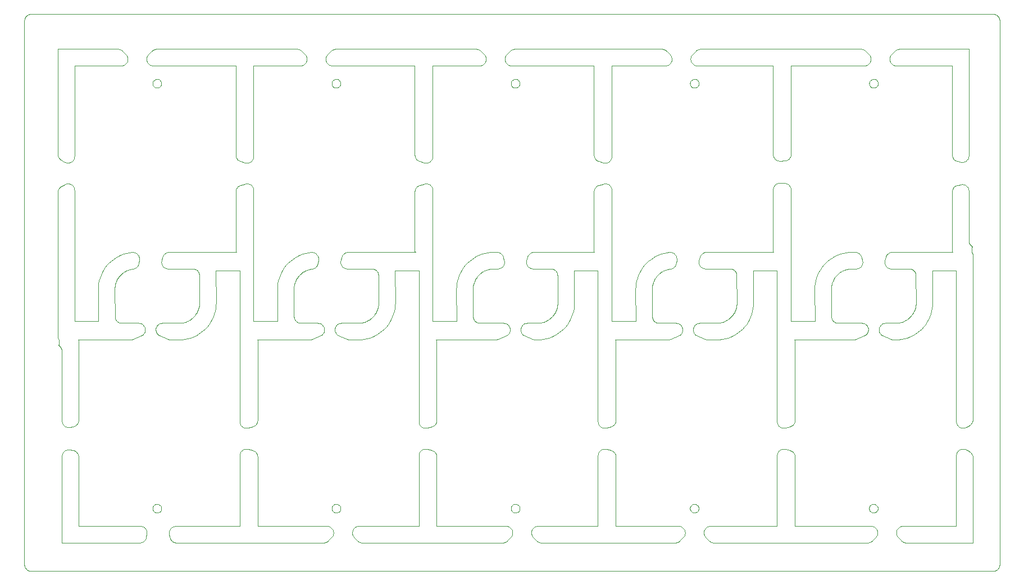
<source format=gko>
%MOIN*%
%OFA0B0*%
%FSLAX44Y44*%
%IPPOS*%
%LPD*%
%ADD10C,0*%
D10*
X00057480Y00000000D02*
X00057480Y00000000D01*
X00057491Y00000000D01*
X00057502Y00000000D01*
X00057514Y00000001D01*
X00057525Y00000002D01*
X00057536Y00000004D01*
X00057547Y00000005D01*
X00057558Y00000007D01*
X00057569Y00000010D01*
X00057580Y00000012D01*
X00057591Y00000015D01*
X00057601Y00000019D01*
X00057612Y00000022D01*
X00057623Y00000026D01*
X00057633Y00000031D01*
X00057643Y00000035D01*
X00057654Y00000040D01*
X00057664Y00000045D01*
X00057673Y00000050D01*
X00057683Y00000056D01*
X00057693Y00000062D01*
X00057702Y00000068D01*
X00057711Y00000075D01*
X00057720Y00000081D01*
X00057729Y00000088D01*
X00057738Y00000096D01*
X00057746Y00000103D01*
X00057754Y00000111D01*
X00057762Y00000119D01*
X00057770Y00000127D01*
X00057777Y00000135D01*
X00057785Y00000144D01*
X00057792Y00000153D01*
X00057798Y00000162D01*
X00057805Y00000171D01*
X00057811Y00000180D01*
X00057817Y00000190D01*
X00057823Y00000200D01*
X00057828Y00000209D01*
X00057833Y00000219D01*
X00057838Y00000230D01*
X00057842Y00000240D01*
X00057847Y00000250D01*
X00057851Y00000261D01*
X00057854Y00000272D01*
X00057858Y00000282D01*
X00057861Y00000293D01*
X00057863Y00000304D01*
X00057866Y00000315D01*
X00057868Y00000326D01*
X00057870Y00000337D01*
X00057871Y00000348D01*
X00057872Y00000360D01*
X00057873Y00000371D01*
X00057873Y00000382D01*
X00057874Y00000393D01*
X00057874Y00032677D01*
X00057873Y00032688D01*
X00057873Y00032699D01*
X00057872Y00032710D01*
X00057871Y00032722D01*
X00057870Y00032733D01*
X00057868Y00032744D01*
X00057866Y00032755D01*
X00057863Y00032766D01*
X00057861Y00032777D01*
X00057858Y00032788D01*
X00057854Y00032798D01*
X00057851Y00032809D01*
X00057847Y00032820D01*
X00057842Y00032830D01*
X00057838Y00032840D01*
X00057833Y00032850D01*
X00057828Y00032860D01*
X00057823Y00032870D01*
X00057817Y00032880D01*
X00057811Y00032890D01*
X00057805Y00032899D01*
X00057798Y00032908D01*
X00057792Y00032917D01*
X00057785Y00032926D01*
X00057777Y00032934D01*
X00057770Y00032943D01*
X00057762Y00032951D01*
X00057754Y00032959D01*
X00057746Y00032967D01*
X00057738Y00032974D01*
X00057729Y00032981D01*
X00057720Y00032988D01*
X00057711Y00032995D01*
X00057702Y00033002D01*
X00057693Y00033008D01*
X00057683Y00033014D01*
X00057673Y00033019D01*
X00057664Y00033025D01*
X00057654Y00033030D01*
X00057643Y00033035D01*
X00057633Y00033039D01*
X00057623Y00033044D01*
X00057612Y00033047D01*
X00057601Y00033051D01*
X00057591Y00033054D01*
X00057580Y00033057D01*
X00057569Y00033060D01*
X00057558Y00033063D01*
X00057547Y00033065D01*
X00057536Y00033066D01*
X00057525Y00033068D01*
X00057514Y00033069D01*
X00057502Y00033070D01*
X00057491Y00033070D01*
X00057480Y00033070D01*
X00000393Y00033070D01*
X00000382Y00033070D01*
X00000371Y00033070D01*
X00000360Y00033069D01*
X00000348Y00033068D01*
X00000337Y00033066D01*
X00000326Y00033065D01*
X00000315Y00033063D01*
X00000304Y00033060D01*
X00000293Y00033057D01*
X00000282Y00033054D01*
X00000272Y00033051D01*
X00000261Y00033047D01*
X00000250Y00033044D01*
X00000240Y00033039D01*
X00000230Y00033035D01*
X00000219Y00033030D01*
X00000209Y00033025D01*
X00000200Y00033019D01*
X00000190Y00033014D01*
X00000180Y00033008D01*
X00000171Y00033002D01*
X00000162Y00032995D01*
X00000153Y00032988D01*
X00000144Y00032981D01*
X00000135Y00032974D01*
X00000127Y00032967D01*
X00000119Y00032959D01*
X00000111Y00032951D01*
X00000103Y00032943D01*
X00000096Y00032934D01*
X00000088Y00032926D01*
X00000081Y00032917D01*
X00000075Y00032908D01*
X00000068Y00032899D01*
X00000062Y00032890D01*
X00000056Y00032880D01*
X00000050Y00032870D01*
X00000045Y00032860D01*
X00000040Y00032850D01*
X00000035Y00032840D01*
X00000031Y00032830D01*
X00000026Y00032820D01*
X00000022Y00032809D01*
X00000019Y00032798D01*
X00000015Y00032788D01*
X00000012Y00032777D01*
X00000010Y00032766D01*
X00000007Y00032755D01*
X00000005Y00032744D01*
X00000004Y00032733D01*
X00000002Y00032722D01*
X00000001Y00032710D01*
X00000000Y00032699D01*
X00000000Y00032688D01*
X00000000Y00032677D01*
X00000000Y00000393D01*
X00000000Y00000382D01*
X00000000Y00000371D01*
X00000001Y00000360D01*
X00000002Y00000348D01*
X00000004Y00000337D01*
X00000005Y00000326D01*
X00000007Y00000315D01*
X00000010Y00000304D01*
X00000012Y00000293D01*
X00000015Y00000282D01*
X00000019Y00000272D01*
X00000022Y00000261D01*
X00000026Y00000250D01*
X00000031Y00000240D01*
X00000035Y00000230D01*
X00000040Y00000219D01*
X00000045Y00000209D01*
X00000050Y00000200D01*
X00000056Y00000190D01*
X00000062Y00000180D01*
X00000068Y00000171D01*
X00000075Y00000162D01*
X00000081Y00000153D01*
X00000088Y00000144D01*
X00000096Y00000135D01*
X00000103Y00000127D01*
X00000111Y00000119D01*
X00000119Y00000111D01*
X00000127Y00000103D01*
X00000135Y00000096D01*
X00000144Y00000088D01*
X00000153Y00000081D01*
X00000162Y00000075D01*
X00000171Y00000068D01*
X00000180Y00000062D01*
X00000190Y00000056D01*
X00000200Y00000050D01*
X00000209Y00000045D01*
X00000219Y00000040D01*
X00000230Y00000035D01*
X00000240Y00000031D01*
X00000250Y00000026D01*
X00000261Y00000022D01*
X00000272Y00000019D01*
X00000282Y00000015D01*
X00000293Y00000012D01*
X00000304Y00000010D01*
X00000315Y00000007D01*
X00000326Y00000005D01*
X00000337Y00000004D01*
X00000348Y00000002D01*
X00000360Y00000001D01*
X00000371Y00000000D01*
X00000382Y00000000D01*
X00000393Y00000000D01*
X00057480Y00000000D01*
X00050379Y00029216D02*
X00050379Y00029216D01*
X00050436Y00029213D01*
X00050490Y00029198D01*
X00050540Y00029171D01*
X00050584Y00029134D01*
X00050618Y00029089D01*
X00050642Y00029038D01*
X00050654Y00028982D01*
X00050654Y00028926D01*
X00050642Y00028870D01*
X00050618Y00028819D01*
X00050584Y00028773D01*
X00050540Y00028737D01*
X00050490Y00028710D01*
X00050436Y00028695D01*
X00050379Y00028692D01*
X00050323Y00028701D01*
X00050270Y00028722D01*
X00050223Y00028754D01*
X00050184Y00028795D01*
X00050155Y00028844D01*
X00050137Y00028897D01*
X00050131Y00028954D01*
X00050137Y00029010D01*
X00050155Y00029064D01*
X00050184Y00029113D01*
X00050223Y00029154D01*
X00050270Y00029186D01*
X00050323Y00029207D01*
X00050379Y00029216D01*
X00050407Y00003460D02*
X00050407Y00003460D01*
X00050351Y00003463D01*
X00050296Y00003478D01*
X00050246Y00003505D01*
X00050203Y00003542D01*
X00050168Y00003587D01*
X00050144Y00003638D01*
X00050132Y00003694D01*
X00050132Y00003751D01*
X00050144Y00003806D01*
X00050168Y00003858D01*
X00050203Y00003903D01*
X00050246Y00003940D01*
X00050296Y00003966D01*
X00050351Y00003981D01*
X00050407Y00003984D01*
X00050463Y00003975D01*
X00050516Y00003954D01*
X00050563Y00003922D01*
X00050602Y00003881D01*
X00050631Y00003832D01*
X00050650Y00003779D01*
X00050656Y00003722D01*
X00050650Y00003666D01*
X00050631Y00003612D01*
X00050602Y00003563D01*
X00050563Y00003522D01*
X00050516Y00003490D01*
X00050463Y00003469D01*
X00050407Y00003460D01*
X00039749Y00029216D02*
X00039749Y00029216D01*
X00039806Y00029213D01*
X00039860Y00029198D01*
X00039911Y00029171D01*
X00039954Y00029134D01*
X00039988Y00029089D01*
X00040012Y00029038D01*
X00040024Y00028982D01*
X00040024Y00028926D01*
X00040012Y00028870D01*
X00039988Y00028819D01*
X00039954Y00028773D01*
X00039911Y00028737D01*
X00039860Y00028710D01*
X00039806Y00028695D01*
X00039749Y00028692D01*
X00039693Y00028701D01*
X00039640Y00028722D01*
X00039593Y00028754D01*
X00039554Y00028795D01*
X00039525Y00028844D01*
X00039507Y00028897D01*
X00039501Y00028954D01*
X00039507Y00029010D01*
X00039525Y00029064D01*
X00039554Y00029113D01*
X00039593Y00029154D01*
X00039640Y00029186D01*
X00039693Y00029207D01*
X00039749Y00029216D01*
X00039777Y00003460D02*
X00039777Y00003460D01*
X00039721Y00003463D01*
X00039666Y00003478D01*
X00039616Y00003505D01*
X00039573Y00003542D01*
X00039538Y00003587D01*
X00039515Y00003638D01*
X00039502Y00003694D01*
X00039502Y00003751D01*
X00039515Y00003806D01*
X00039538Y00003858D01*
X00039573Y00003903D01*
X00039616Y00003940D01*
X00039666Y00003966D01*
X00039721Y00003981D01*
X00039777Y00003984D01*
X00039833Y00003975D01*
X00039886Y00003954D01*
X00039933Y00003922D01*
X00039972Y00003881D01*
X00040001Y00003832D01*
X00040020Y00003779D01*
X00040026Y00003722D01*
X00040020Y00003666D01*
X00040001Y00003612D01*
X00039972Y00003563D01*
X00039933Y00003522D01*
X00039886Y00003490D01*
X00039833Y00003469D01*
X00039777Y00003460D01*
X00029148Y00003460D02*
X00029148Y00003460D01*
X00029091Y00003463D01*
X00029036Y00003478D01*
X00028986Y00003505D01*
X00028943Y00003542D01*
X00028908Y00003587D01*
X00028885Y00003638D01*
X00028872Y00003694D01*
X00028872Y00003751D01*
X00028885Y00003806D01*
X00028908Y00003858D01*
X00028943Y00003903D01*
X00028986Y00003940D01*
X00029036Y00003966D01*
X00029091Y00003981D01*
X00029148Y00003984D01*
X00029204Y00003975D01*
X00029256Y00003954D01*
X00029303Y00003922D01*
X00029342Y00003881D01*
X00029372Y00003832D01*
X00029390Y00003779D01*
X00029396Y00003722D01*
X00029390Y00003666D01*
X00029372Y00003612D01*
X00029342Y00003563D01*
X00029303Y00003522D01*
X00029256Y00003490D01*
X00029204Y00003469D01*
X00029148Y00003460D01*
X00029119Y00029216D02*
X00029119Y00029216D01*
X00029176Y00029213D01*
X00029231Y00029198D01*
X00029281Y00029171D01*
X00029324Y00029134D01*
X00029358Y00029089D01*
X00029382Y00029038D01*
X00029394Y00028982D01*
X00029394Y00028926D01*
X00029382Y00028870D01*
X00029358Y00028819D01*
X00029324Y00028773D01*
X00029281Y00028737D01*
X00029231Y00028710D01*
X00029176Y00028695D01*
X00029119Y00028692D01*
X00029063Y00028701D01*
X00029010Y00028722D01*
X00028963Y00028754D01*
X00028924Y00028795D01*
X00028895Y00028844D01*
X00028877Y00028897D01*
X00028871Y00028954D01*
X00028877Y00029010D01*
X00028895Y00029064D01*
X00028924Y00029113D01*
X00028963Y00029154D01*
X00029010Y00029186D01*
X00029063Y00029207D01*
X00029119Y00029216D01*
X00007859Y00029216D02*
X00007859Y00029216D01*
X00007916Y00029213D01*
X00007971Y00029198D01*
X00008021Y00029171D01*
X00008064Y00029134D01*
X00008098Y00029089D01*
X00008122Y00029038D01*
X00008134Y00028982D01*
X00008134Y00028926D01*
X00008122Y00028870D01*
X00008098Y00028819D01*
X00008064Y00028773D01*
X00008021Y00028737D01*
X00007971Y00028710D01*
X00007916Y00028695D01*
X00007859Y00028692D01*
X00007803Y00028701D01*
X00007751Y00028722D01*
X00007704Y00028754D01*
X00007665Y00028795D01*
X00007635Y00028844D01*
X00007617Y00028897D01*
X00007611Y00028954D01*
X00007617Y00029010D01*
X00007635Y00029064D01*
X00007665Y00029113D01*
X00007704Y00029154D01*
X00007751Y00029186D01*
X00007803Y00029207D01*
X00007859Y00029216D01*
X00018518Y00003460D02*
X00018518Y00003460D01*
X00018461Y00003463D01*
X00018406Y00003478D01*
X00018356Y00003505D01*
X00018313Y00003542D01*
X00018279Y00003587D01*
X00018255Y00003638D01*
X00018243Y00003694D01*
X00018243Y00003751D01*
X00018255Y00003806D01*
X00018279Y00003858D01*
X00018313Y00003903D01*
X00018356Y00003940D01*
X00018406Y00003966D01*
X00018461Y00003981D01*
X00018518Y00003984D01*
X00018574Y00003975D01*
X00018626Y00003954D01*
X00018673Y00003922D01*
X00018712Y00003881D01*
X00018742Y00003832D01*
X00018760Y00003779D01*
X00018766Y00003722D01*
X00018760Y00003666D01*
X00018742Y00003612D01*
X00018712Y00003563D01*
X00018673Y00003522D01*
X00018626Y00003490D01*
X00018574Y00003469D01*
X00018518Y00003460D01*
X00018489Y00029216D02*
X00018489Y00029216D01*
X00018546Y00029213D01*
X00018601Y00029198D01*
X00018651Y00029171D01*
X00018694Y00029134D01*
X00018728Y00029089D01*
X00018752Y00029038D01*
X00018764Y00028982D01*
X00018764Y00028926D01*
X00018752Y00028870D01*
X00018728Y00028819D01*
X00018694Y00028773D01*
X00018651Y00028737D01*
X00018601Y00028710D01*
X00018546Y00028695D01*
X00018489Y00028692D01*
X00018433Y00028701D01*
X00018380Y00028722D01*
X00018334Y00028754D01*
X00018294Y00028795D01*
X00018265Y00028844D01*
X00018247Y00028897D01*
X00018241Y00028954D01*
X00018247Y00029010D01*
X00018265Y00029064D01*
X00018294Y00029113D01*
X00018334Y00029154D01*
X00018380Y00029186D01*
X00018433Y00029207D01*
X00018489Y00029216D01*
X00007888Y00003460D02*
X00007888Y00003460D01*
X00007831Y00003463D01*
X00007776Y00003478D01*
X00007726Y00003505D01*
X00007683Y00003542D01*
X00007649Y00003587D01*
X00007625Y00003638D01*
X00007613Y00003694D01*
X00007613Y00003751D01*
X00007625Y00003806D01*
X00007649Y00003858D01*
X00007683Y00003903D01*
X00007726Y00003940D01*
X00007776Y00003966D01*
X00007831Y00003981D01*
X00007888Y00003984D01*
X00007944Y00003975D01*
X00007996Y00003954D01*
X00008043Y00003922D01*
X00008082Y00003881D01*
X00008112Y00003832D01*
X00008130Y00003779D01*
X00008136Y00003722D01*
X00008130Y00003666D01*
X00008112Y00003612D01*
X00008082Y00003563D01*
X00008043Y00003522D01*
X00007996Y00003490D01*
X00007944Y00003469D01*
X00007888Y00003460D01*
X00001990Y00030993D02*
X00001990Y00030993D01*
X00005546Y00030993D01*
X00005562Y00030992D01*
X00005577Y00030991D01*
X00005593Y00030990D01*
X00005608Y00030988D01*
X00005623Y00030985D01*
X00005639Y00030982D01*
X00005654Y00030978D01*
X00005669Y00030973D01*
X00005683Y00030968D01*
X00005698Y00030962D01*
X00005712Y00030956D01*
X00005726Y00030949D01*
X00005740Y00030942D01*
X00005753Y00030934D01*
X00005766Y00030925D01*
X00005779Y00030917D01*
X00005791Y00030907D01*
X00005803Y00030897D01*
X00005815Y00030887D01*
X00005826Y00030876D01*
X00006021Y00030679D01*
X00006051Y00030644D01*
X00006078Y00030606D01*
X00006099Y00030565D01*
X00006116Y00030522D01*
X00006127Y00030477D01*
X00006134Y00030432D01*
X00006134Y00030385D01*
X00006130Y00030339D01*
X00006120Y00030294D01*
X00006104Y00030251D01*
X00006084Y00030209D01*
X00006059Y00030170D01*
X00006030Y00030134D01*
X00005996Y00030102D01*
X00005959Y00030074D01*
X00005919Y00030051D01*
X00005877Y00030033D01*
X00005833Y00030019D01*
X00005787Y00030011D01*
X00005741Y00030008D01*
X00002971Y00030008D01*
X00002971Y00024633D01*
X00002969Y00024593D01*
X00002962Y00024552D01*
X00002952Y00024513D01*
X00002938Y00024475D01*
X00002919Y00024438D01*
X00002897Y00024404D01*
X00002872Y00024372D01*
X00002843Y00024343D01*
X00002812Y00024317D01*
X00002778Y00024295D01*
X00002742Y00024276D01*
X00002704Y00024261D01*
X00002664Y00024249D01*
X00002624Y00024243D01*
X00002584Y00024240D01*
X00002543Y00024241D01*
X00002502Y00024247D01*
X00002463Y00024257D01*
X00002424Y00024271D01*
X00002388Y00024288D01*
X00002191Y00024396D01*
X00002173Y00024407D01*
X00002155Y00024419D01*
X00002138Y00024431D01*
X00002122Y00024444D01*
X00002106Y00024459D01*
X00002092Y00024474D01*
X00002078Y00024490D01*
X00002065Y00024506D01*
X00002053Y00024523D01*
X00002042Y00024541D01*
X00002031Y00024559D01*
X00002022Y00024578D01*
X00002014Y00024598D01*
X00002007Y00024617D01*
X00002001Y00024638D01*
X00001996Y00024658D01*
X00001992Y00024679D01*
X00001989Y00024700D01*
X00001987Y00024720D01*
X00001987Y00024742D01*
X00001987Y00030990D01*
X00001987Y00030993D01*
X00001990Y00030993D01*
X00017751Y00001684D02*
X00017751Y00001684D01*
X00009020Y00001684D01*
X00008993Y00001684D01*
X00008967Y00001687D01*
X00008940Y00001692D01*
X00008914Y00001698D01*
X00008888Y00001706D01*
X00008863Y00001716D01*
X00008839Y00001728D01*
X00008815Y00001741D01*
X00008793Y00001756D01*
X00008771Y00001772D01*
X00008751Y00001790D01*
X00008732Y00001809D01*
X00008714Y00001830D01*
X00008698Y00001851D01*
X00008683Y00001874D01*
X00008670Y00001897D01*
X00008659Y00001922D01*
X00008649Y00001947D01*
X00008641Y00001973D01*
X00008635Y00001999D01*
X00008595Y00002196D01*
X00008589Y00002230D01*
X00008587Y00002265D01*
X00008588Y00002300D01*
X00008591Y00002335D01*
X00008598Y00002369D01*
X00008608Y00002402D01*
X00008621Y00002435D01*
X00008637Y00002466D01*
X00008655Y00002495D01*
X00008676Y00002523D01*
X00008699Y00002549D01*
X00008724Y00002573D01*
X00008752Y00002595D01*
X00008781Y00002614D01*
X00008812Y00002630D01*
X00008844Y00002643D01*
X00008877Y00002654D01*
X00008911Y00002662D01*
X00008946Y00002666D01*
X00008980Y00002668D01*
X00012776Y00002668D01*
X00012776Y00006862D01*
X00012778Y00006898D01*
X00012783Y00006934D01*
X00012791Y00006969D01*
X00012803Y00007004D01*
X00012817Y00007037D01*
X00012835Y00007069D01*
X00012856Y00007099D01*
X00012879Y00007127D01*
X00012905Y00007153D01*
X00012933Y00007176D01*
X00012963Y00007196D01*
X00012994Y00007214D01*
X00013028Y00007229D01*
X00013062Y00007240D01*
X00013098Y00007249D01*
X00013134Y00007254D01*
X00013170Y00007255D01*
X00013206Y00007254D01*
X00013242Y00007249D01*
X00013278Y00007240D01*
X00013553Y00007162D01*
X00013578Y00007154D01*
X00013601Y00007145D01*
X00013624Y00007134D01*
X00013647Y00007121D01*
X00013668Y00007108D01*
X00013689Y00007093D01*
X00013708Y00007076D01*
X00013726Y00007059D01*
X00013744Y00007040D01*
X00013760Y00007020D01*
X00013774Y00006999D01*
X00013788Y00006978D01*
X00013799Y00006955D01*
X00013810Y00006932D01*
X00013819Y00006908D01*
X00013826Y00006884D01*
X00013832Y00006859D01*
X00013836Y00006834D01*
X00013838Y00006808D01*
X00013839Y00006783D01*
X00013839Y00002668D01*
X00017946Y00002668D01*
X00017992Y00002665D01*
X00018037Y00002657D01*
X00018082Y00002644D01*
X00018124Y00002625D01*
X00018164Y00002602D01*
X00018201Y00002574D01*
X00018234Y00002542D01*
X00018264Y00002506D01*
X00018289Y00002467D01*
X00018309Y00002426D01*
X00018324Y00002382D01*
X00018334Y00002337D01*
X00018339Y00002291D01*
X00018338Y00002245D01*
X00018332Y00002199D01*
X00018321Y00002154D01*
X00018304Y00002111D01*
X00018282Y00002070D01*
X00018256Y00002032D01*
X00018225Y00001997D01*
X00018031Y00001800D01*
X00018019Y00001789D01*
X00018008Y00001779D01*
X00017996Y00001769D01*
X00017984Y00001760D01*
X00017971Y00001751D01*
X00017958Y00001742D01*
X00017944Y00001734D01*
X00017931Y00001727D01*
X00017917Y00001720D01*
X00017902Y00001714D01*
X00017888Y00001708D01*
X00017873Y00001703D01*
X00017858Y00001698D01*
X00017843Y00001695D01*
X00017828Y00001691D01*
X00017813Y00001688D01*
X00017797Y00001686D01*
X00017782Y00001685D01*
X00017766Y00001684D01*
X00017751Y00001684D01*
X00055058Y00024712D02*
X00055058Y00024712D01*
X00055058Y00030008D01*
X00051738Y00030008D01*
X00051692Y00030011D01*
X00051647Y00030019D01*
X00051602Y00030033D01*
X00051560Y00030051D01*
X00051520Y00030074D01*
X00051483Y00030102D01*
X00051450Y00030134D01*
X00051420Y00030170D01*
X00051395Y00030209D01*
X00051375Y00030251D01*
X00051360Y00030294D01*
X00051350Y00030339D01*
X00051345Y00030385D01*
X00051346Y00030432D01*
X00051352Y00030477D01*
X00051363Y00030522D01*
X00051380Y00030565D01*
X00051402Y00030606D01*
X00051428Y00030644D01*
X00051459Y00030679D01*
X00051653Y00030876D01*
X00051665Y00030887D01*
X00051676Y00030897D01*
X00051688Y00030907D01*
X00051701Y00030917D01*
X00051713Y00030925D01*
X00051726Y00030934D01*
X00051740Y00030942D01*
X00051753Y00030949D01*
X00051767Y00030956D01*
X00051782Y00030962D01*
X00051796Y00030968D01*
X00051811Y00030973D01*
X00051826Y00030978D01*
X00051841Y00030982D01*
X00051856Y00030985D01*
X00051871Y00030988D01*
X00051887Y00030990D01*
X00051902Y00030991D01*
X00051918Y00030992D01*
X00051933Y00030993D01*
X00056039Y00030993D01*
X00056042Y00030993D01*
X00056042Y00030990D01*
X00056042Y00024677D01*
X00056040Y00024642D01*
X00056036Y00024608D01*
X00056028Y00024575D01*
X00056018Y00024542D01*
X00056005Y00024510D01*
X00055989Y00024480D01*
X00055970Y00024451D01*
X00055949Y00024423D01*
X00055926Y00024398D01*
X00055901Y00024375D01*
X00055873Y00024354D01*
X00055844Y00024336D01*
X00055814Y00024320D01*
X00055782Y00024307D01*
X00055749Y00024296D01*
X00055716Y00024289D01*
X00055682Y00024285D01*
X00055647Y00024283D01*
X00055613Y00024285D01*
X00055579Y00024289D01*
X00055382Y00024324D01*
X00055355Y00024330D01*
X00055329Y00024338D01*
X00055303Y00024347D01*
X00055278Y00024358D01*
X00055254Y00024371D01*
X00055231Y00024386D01*
X00055208Y00024402D01*
X00055187Y00024420D01*
X00055168Y00024439D01*
X00055149Y00024459D01*
X00055132Y00024481D01*
X00055117Y00024504D01*
X00055103Y00024527D01*
X00055091Y00024552D01*
X00055081Y00024578D01*
X00055073Y00024604D01*
X00055066Y00024630D01*
X00055061Y00024657D01*
X00055058Y00024685D01*
X00055058Y00024712D01*
X00055296Y00002668D02*
X00055296Y00002668D01*
X00055296Y00006862D01*
X00055298Y00006902D01*
X00055304Y00006943D01*
X00055315Y00006982D01*
X00055329Y00007020D01*
X00055347Y00007057D01*
X00055370Y00007091D01*
X00055395Y00007123D01*
X00055424Y00007152D01*
X00055455Y00007178D01*
X00055489Y00007200D01*
X00055525Y00007219D01*
X00055563Y00007234D01*
X00055602Y00007246D01*
X00055643Y00007253D01*
X00055683Y00007255D01*
X00055724Y00007254D01*
X00055764Y00007248D01*
X00055804Y00007238D01*
X00055842Y00007224D01*
X00055879Y00007207D01*
X00056076Y00007099D01*
X00056094Y00007088D01*
X00056112Y00007076D01*
X00056129Y00007064D01*
X00056145Y00007051D01*
X00056160Y00007036D01*
X00056175Y00007021D01*
X00056189Y00007006D01*
X00056202Y00006989D01*
X00056214Y00006972D01*
X00056225Y00006954D01*
X00056235Y00006936D01*
X00056245Y00006917D01*
X00056253Y00006897D01*
X00056260Y00006878D01*
X00056266Y00006857D01*
X00056271Y00006837D01*
X00056275Y00006816D01*
X00056278Y00006796D01*
X00056279Y00006775D01*
X00056280Y00006754D01*
X00056280Y00001686D01*
X00056280Y00001684D01*
X00056277Y00001684D01*
X00052327Y00001684D01*
X00052311Y00001684D01*
X00052296Y00001685D01*
X00052280Y00001686D01*
X00052265Y00001688D01*
X00052250Y00001691D01*
X00052234Y00001695D01*
X00052219Y00001698D01*
X00052205Y00001703D01*
X00052190Y00001708D01*
X00052175Y00001714D01*
X00052161Y00001720D01*
X00052147Y00001727D01*
X00052133Y00001734D01*
X00052120Y00001742D01*
X00052107Y00001751D01*
X00052094Y00001760D01*
X00052082Y00001769D01*
X00052070Y00001779D01*
X00052058Y00001789D01*
X00052047Y00001800D01*
X00051852Y00001997D01*
X00051822Y00002032D01*
X00051795Y00002070D01*
X00051774Y00002111D01*
X00051757Y00002154D01*
X00051746Y00002199D01*
X00051739Y00002245D01*
X00051739Y00002291D01*
X00051743Y00002337D01*
X00051753Y00002382D01*
X00051769Y00002426D01*
X00051789Y00002467D01*
X00051814Y00002506D01*
X00051843Y00002542D01*
X00051877Y00002574D01*
X00051914Y00002602D01*
X00051954Y00002625D01*
X00051996Y00002644D01*
X00052040Y00002657D01*
X00052086Y00002665D01*
X00052132Y00002668D01*
X00055296Y00002668D01*
X00055296Y00017845D02*
X00055296Y00017845D01*
X00053878Y00017845D01*
X00053893Y00015940D01*
X00053886Y00015767D01*
X00053866Y00015596D01*
X00053832Y00015426D01*
X00053786Y00015260D01*
X00053726Y00015098D01*
X00053653Y00014941D01*
X00053569Y00014790D01*
X00053473Y00014647D01*
X00053366Y00014511D01*
X00053249Y00014384D01*
X00053122Y00014267D01*
X00052986Y00014160D01*
X00052843Y00014064D01*
X00052692Y00013979D01*
X00052535Y00013907D01*
X00052373Y00013847D01*
X00052207Y00013800D01*
X00052037Y00013767D01*
X00051866Y00013746D01*
X00051693Y00013740D01*
X00051574Y00013740D01*
X00051566Y00013740D01*
X00051558Y00013740D01*
X00051550Y00013740D01*
X00051543Y00013741D01*
X00051535Y00013742D01*
X00051527Y00013742D01*
X00051519Y00013743D01*
X00051512Y00013745D01*
X00051504Y00013746D01*
X00051496Y00013747D01*
X00051489Y00013749D01*
X00051481Y00013751D01*
X00051474Y00013753D01*
X00051466Y00013755D01*
X00051459Y00013757D01*
X00051451Y00013759D01*
X00051444Y00013762D01*
X00051437Y00013764D01*
X00051429Y00013767D01*
X00051422Y00013770D01*
X00050950Y00013967D01*
X00050902Y00013991D01*
X00050857Y00014022D01*
X00050817Y00014058D01*
X00050783Y00014099D01*
X00050754Y00014145D01*
X00050732Y00014195D01*
X00050717Y00014246D01*
X00050709Y00014300D01*
X00050709Y00014354D01*
X00050716Y00014408D01*
X00050730Y00014460D01*
X00050751Y00014509D01*
X00050779Y00014556D01*
X00050813Y00014598D01*
X00050852Y00014635D01*
X00050896Y00014666D01*
X00050944Y00014691D01*
X00050995Y00014709D01*
X00051048Y00014720D01*
X00051102Y00014724D01*
X00051666Y00014724D01*
X00051682Y00014724D01*
X00051773Y00014728D01*
X00051804Y00014730D01*
X00051868Y00014738D01*
X00051898Y00014743D01*
X00051962Y00014755D01*
X00051992Y00014762D01*
X00052054Y00014780D01*
X00052083Y00014789D01*
X00052144Y00014812D01*
X00052172Y00014824D01*
X00052231Y00014851D01*
X00052258Y00014865D01*
X00052315Y00014896D01*
X00052341Y00014912D01*
X00052394Y00014948D01*
X00052419Y00014966D01*
X00052470Y00015006D01*
X00052494Y00015026D01*
X00052541Y00015070D01*
X00052563Y00015092D01*
X00052607Y00015139D01*
X00052627Y00015163D01*
X00052667Y00015213D01*
X00052685Y00015238D01*
X00052721Y00015292D01*
X00052737Y00015318D01*
X00052768Y00015375D01*
X00052782Y00015402D01*
X00052809Y00015461D01*
X00052821Y00015489D01*
X00052843Y00015550D01*
X00052853Y00015579D01*
X00052870Y00015641D01*
X00052878Y00015671D01*
X00052890Y00015734D01*
X00052895Y00015765D01*
X00052903Y00015829D01*
X00052905Y00015860D01*
X00052908Y00015946D01*
X00052909Y00015964D01*
X00052896Y00017562D01*
X00052896Y00017573D01*
X00052896Y00017584D01*
X00052895Y00017595D01*
X00052893Y00017606D01*
X00052892Y00017617D01*
X00052890Y00017628D01*
X00052888Y00017639D01*
X00052886Y00017650D01*
X00052883Y00017661D01*
X00052880Y00017672D01*
X00052876Y00017683D01*
X00052873Y00017693D01*
X00052869Y00017704D01*
X00052864Y00017714D01*
X00052860Y00017724D01*
X00052855Y00017734D01*
X00052850Y00017744D01*
X00052844Y00017754D01*
X00052839Y00017764D01*
X00052833Y00017773D01*
X00052827Y00017782D01*
X00052820Y00017791D01*
X00052813Y00017800D01*
X00052806Y00017809D01*
X00052799Y00017818D01*
X00052792Y00017826D01*
X00052784Y00017834D01*
X00052776Y00017842D01*
X00052768Y00017850D01*
X00052759Y00017857D01*
X00052751Y00017864D01*
X00052742Y00017871D01*
X00052733Y00017878D01*
X00052724Y00017884D01*
X00052715Y00017890D01*
X00052705Y00017896D01*
X00052695Y00017902D01*
X00052686Y00017907D01*
X00052676Y00017912D01*
X00052665Y00017917D01*
X00052655Y00017922D01*
X00052645Y00017926D01*
X00052634Y00017930D01*
X00052624Y00017933D01*
X00052613Y00017936D01*
X00052602Y00017939D01*
X00052591Y00017942D01*
X00052581Y00017944D01*
X00052570Y00017947D01*
X00052558Y00017948D01*
X00052547Y00017950D01*
X00052536Y00017951D01*
X00052525Y00017952D01*
X00052514Y00017952D01*
X00052503Y00017952D01*
X00051438Y00017952D01*
X00051402Y00017954D01*
X00051366Y00017959D01*
X00051331Y00017967D01*
X00051296Y00017979D01*
X00051263Y00017993D01*
X00051231Y00018011D01*
X00051201Y00018031D01*
X00051174Y00018054D01*
X00051148Y00018080D01*
X00051125Y00018107D01*
X00051104Y00018137D01*
X00051086Y00018169D01*
X00051071Y00018202D01*
X00051060Y00018236D01*
X00051051Y00018271D01*
X00051046Y00018307D01*
X00051044Y00018343D01*
X00051046Y00018379D01*
X00051050Y00018415D01*
X00051058Y00018451D01*
X00051112Y00018647D01*
X00051120Y00018672D01*
X00051129Y00018696D01*
X00051140Y00018719D01*
X00051152Y00018742D01*
X00051166Y00018763D01*
X00051181Y00018784D01*
X00051197Y00018804D01*
X00051215Y00018822D01*
X00051234Y00018840D01*
X00051253Y00018856D01*
X00051274Y00018871D01*
X00051296Y00018884D01*
X00051319Y00018896D01*
X00051342Y00018907D01*
X00051366Y00018916D01*
X00051391Y00018923D01*
X00051416Y00018929D01*
X00051441Y00018933D01*
X00051466Y00018936D01*
X00051492Y00018937D01*
X00055093Y00018937D01*
X00055058Y00018965D01*
X00055058Y00022531D01*
X00055058Y00022559D01*
X00055061Y00022586D01*
X00055066Y00022613D01*
X00055073Y00022639D01*
X00055081Y00022666D01*
X00055091Y00022691D01*
X00055103Y00022716D01*
X00055117Y00022739D01*
X00055132Y00022762D01*
X00055149Y00022784D01*
X00055168Y00022804D01*
X00055187Y00022823D01*
X00055208Y00022841D01*
X00055231Y00022857D01*
X00055254Y00022872D01*
X00055278Y00022885D01*
X00055303Y00022896D01*
X00055329Y00022905D01*
X00055355Y00022913D01*
X00055382Y00022919D01*
X00055579Y00022954D01*
X00055613Y00022958D01*
X00055647Y00022960D01*
X00055682Y00022959D01*
X00055716Y00022954D01*
X00055749Y00022947D01*
X00055782Y00022936D01*
X00055814Y00022923D01*
X00055844Y00022908D01*
X00055873Y00022889D01*
X00055901Y00022868D01*
X00055926Y00022845D01*
X00055949Y00022820D01*
X00055970Y00022792D01*
X00055989Y00022763D01*
X00056005Y00022733D01*
X00056018Y00022701D01*
X00056028Y00022668D01*
X00056036Y00022635D01*
X00056040Y00022601D01*
X00056042Y00022566D01*
X00056042Y00019627D01*
X00056042Y00019615D01*
X00056042Y00019604D01*
X00056043Y00019593D01*
X00056044Y00019581D01*
X00056046Y00019570D01*
X00056048Y00019559D01*
X00056050Y00019548D01*
X00056052Y00019537D01*
X00056055Y00019526D01*
X00056058Y00019515D01*
X00056061Y00019504D01*
X00056065Y00019493D01*
X00056069Y00019482D01*
X00056074Y00019472D01*
X00056078Y00019461D01*
X00056083Y00019451D01*
X00056088Y00019441D01*
X00056094Y00019431D01*
X00056100Y00019421D01*
X00056106Y00019412D01*
X00056112Y00019402D01*
X00056119Y00019393D01*
X00056125Y00019384D01*
X00056133Y00019375D01*
X00056140Y00019367D01*
X00056148Y00019358D01*
X00056156Y00019350D01*
X00056164Y00019342D01*
X00056172Y00019334D01*
X00056181Y00019327D01*
X00056189Y00019319D01*
X00056251Y00019270D01*
X00056253Y00019268D01*
X00056253Y00019268D01*
X00056252Y00019266D01*
X00056226Y00019192D01*
X00056223Y00019181D01*
X00056219Y00019171D01*
X00056216Y00019160D01*
X00056214Y00019149D01*
X00056211Y00019138D01*
X00056209Y00019126D01*
X00056208Y00019115D01*
X00056206Y00019104D01*
X00056205Y00019093D01*
X00056204Y00019081D01*
X00056204Y00019070D01*
X00056204Y00019059D01*
X00056204Y00019047D01*
X00056205Y00019036D01*
X00056206Y00019025D01*
X00056207Y00019013D01*
X00056209Y00019002D01*
X00056210Y00018991D01*
X00056213Y00018980D01*
X00056215Y00018969D01*
X00056218Y00018958D01*
X00056221Y00018947D01*
X00056225Y00018936D01*
X00056228Y00018925D01*
X00056232Y00018915D01*
X00056237Y00018904D01*
X00056242Y00018894D01*
X00056247Y00018884D01*
X00056252Y00018874D01*
X00056257Y00018864D01*
X00056263Y00018854D01*
X00056269Y00018844D01*
X00056276Y00018835D01*
X00056278Y00018833D01*
X00056280Y00018829D01*
X00056280Y00018829D01*
X00056280Y00018826D01*
X00056280Y00008993D01*
X00056279Y00008972D01*
X00056278Y00008952D01*
X00056275Y00008931D01*
X00056271Y00008910D01*
X00056266Y00008890D01*
X00056260Y00008869D01*
X00056253Y00008850D01*
X00056245Y00008830D01*
X00056235Y00008811D01*
X00056225Y00008793D01*
X00056214Y00008775D01*
X00056202Y00008758D01*
X00056189Y00008742D01*
X00056175Y00008726D01*
X00056160Y00008711D01*
X00056145Y00008696D01*
X00056129Y00008683D01*
X00056112Y00008671D01*
X00056094Y00008659D01*
X00056076Y00008648D01*
X00055879Y00008540D01*
X00055842Y00008523D01*
X00055804Y00008509D01*
X00055764Y00008499D01*
X00055724Y00008493D01*
X00055683Y00008492D01*
X00055643Y00008494D01*
X00055602Y00008501D01*
X00055563Y00008513D01*
X00055525Y00008528D01*
X00055489Y00008547D01*
X00055455Y00008569D01*
X00055424Y00008595D01*
X00055395Y00008624D01*
X00055370Y00008656D01*
X00055347Y00008690D01*
X00055329Y00008727D01*
X00055315Y00008765D01*
X00055304Y00008804D01*
X00055298Y00008845D01*
X00055296Y00008885D01*
X00055296Y00017845D01*
X00003209Y00006783D02*
X00003209Y00006783D01*
X00003209Y00002668D01*
X00006875Y00002668D01*
X00006910Y00002666D01*
X00006945Y00002662D01*
X00006979Y00002654D01*
X00007012Y00002643D01*
X00007044Y00002630D01*
X00007075Y00002614D01*
X00007104Y00002595D01*
X00007131Y00002573D01*
X00007157Y00002549D01*
X00007180Y00002523D01*
X00007201Y00002495D01*
X00007219Y00002466D01*
X00007235Y00002435D01*
X00007247Y00002402D01*
X00007257Y00002369D01*
X00007264Y00002335D01*
X00007268Y00002300D01*
X00007269Y00002265D01*
X00007266Y00002230D01*
X00007261Y00002196D01*
X00007221Y00001999D01*
X00007215Y00001973D01*
X00007207Y00001947D01*
X00007197Y00001922D01*
X00007186Y00001897D01*
X00007172Y00001874D01*
X00007158Y00001851D01*
X00007141Y00001830D01*
X00007124Y00001809D01*
X00007105Y00001790D01*
X00007084Y00001772D01*
X00007063Y00001756D01*
X00007040Y00001741D01*
X00007017Y00001728D01*
X00006993Y00001716D01*
X00006968Y00001706D01*
X00006942Y00001698D01*
X00006916Y00001692D01*
X00006889Y00001687D01*
X00006862Y00001684D01*
X00006835Y00001684D01*
X00002228Y00001684D01*
X00002225Y00001684D01*
X00002225Y00001686D01*
X00002225Y00006818D01*
X00002226Y00006853D01*
X00002231Y00006887D01*
X00002238Y00006920D01*
X00002249Y00006953D01*
X00002262Y00006985D01*
X00002278Y00007015D01*
X00002296Y00007044D01*
X00002317Y00007072D01*
X00002341Y00007097D01*
X00002366Y00007120D01*
X00002393Y00007141D01*
X00002422Y00007159D01*
X00002453Y00007175D01*
X00002485Y00007188D01*
X00002517Y00007199D01*
X00002551Y00007206D01*
X00002585Y00007211D01*
X00002619Y00007212D01*
X00002654Y00007210D01*
X00002688Y00007206D01*
X00002885Y00007171D01*
X00002912Y00007165D01*
X00002938Y00007157D01*
X00002964Y00007148D01*
X00002989Y00007137D01*
X00003013Y00007124D01*
X00003036Y00007109D01*
X00003058Y00007093D01*
X00003079Y00007075D01*
X00003099Y00007056D01*
X00003117Y00007036D01*
X00003134Y00007014D01*
X00003150Y00006991D01*
X00003163Y00006968D01*
X00003175Y00006943D01*
X00003186Y00006918D01*
X00003194Y00006891D01*
X00003201Y00006865D01*
X00003205Y00006838D01*
X00003208Y00006810D01*
X00003209Y00006783D01*
X00016176Y00030993D02*
X00016176Y00030993D01*
X00016192Y00030992D01*
X00016207Y00030991D01*
X00016223Y00030990D01*
X00016238Y00030988D01*
X00016253Y00030985D01*
X00016268Y00030982D01*
X00016284Y00030978D01*
X00016298Y00030973D01*
X00016313Y00030968D01*
X00016328Y00030962D01*
X00016342Y00030956D01*
X00016356Y00030949D01*
X00016370Y00030942D01*
X00016383Y00030934D01*
X00016396Y00030925D01*
X00016409Y00030917D01*
X00016421Y00030907D01*
X00016433Y00030897D01*
X00016445Y00030887D01*
X00016456Y00030876D01*
X00016651Y00030679D01*
X00016681Y00030644D01*
X00016707Y00030606D01*
X00016729Y00030565D01*
X00016746Y00030522D01*
X00016757Y00030477D01*
X00016763Y00030432D01*
X00016764Y00030385D01*
X00016760Y00030339D01*
X00016749Y00030294D01*
X00016734Y00030251D01*
X00016714Y00030209D01*
X00016689Y00030170D01*
X00016659Y00030134D01*
X00016626Y00030102D01*
X00016589Y00030074D01*
X00016549Y00030051D01*
X00016507Y00030033D01*
X00016463Y00030019D01*
X00016417Y00030011D01*
X00016371Y00030008D01*
X00013601Y00030008D01*
X00013601Y00024633D01*
X00013599Y00024597D01*
X00013594Y00024561D01*
X00013586Y00024526D01*
X00013574Y00024491D01*
X00013560Y00024458D01*
X00013542Y00024426D01*
X00013521Y00024396D01*
X00013498Y00024368D01*
X00013472Y00024342D01*
X00013444Y00024319D01*
X00013414Y00024299D01*
X00013382Y00024281D01*
X00013349Y00024266D01*
X00013315Y00024255D01*
X00013279Y00024246D01*
X00013243Y00024241D01*
X00013207Y00024240D01*
X00013171Y00024241D01*
X00013135Y00024246D01*
X00013099Y00024255D01*
X00012824Y00024333D01*
X00012799Y00024341D01*
X00012776Y00024350D01*
X00012753Y00024361D01*
X00012730Y00024374D01*
X00012709Y00024387D01*
X00012688Y00024402D01*
X00012669Y00024419D01*
X00012650Y00024436D01*
X00012633Y00024455D01*
X00012617Y00024475D01*
X00012603Y00024496D01*
X00012589Y00024517D01*
X00012577Y00024540D01*
X00012567Y00024563D01*
X00012558Y00024587D01*
X00012551Y00024611D01*
X00012545Y00024636D01*
X00012541Y00024661D01*
X00012539Y00024687D01*
X00012538Y00024712D01*
X00012538Y00030008D01*
X00007644Y00030008D01*
X00007598Y00030011D01*
X00007552Y00030019D01*
X00007508Y00030033D01*
X00007466Y00030051D01*
X00007426Y00030074D01*
X00007389Y00030102D01*
X00007355Y00030134D01*
X00007326Y00030170D01*
X00007301Y00030209D01*
X00007281Y00030251D01*
X00007265Y00030294D01*
X00007255Y00030339D01*
X00007251Y00030385D01*
X00007251Y00030432D01*
X00007257Y00030477D01*
X00007269Y00030522D01*
X00007286Y00030565D01*
X00007307Y00030606D01*
X00007334Y00030644D01*
X00007364Y00030679D01*
X00007559Y00030876D01*
X00007570Y00030887D01*
X00007582Y00030897D01*
X00007594Y00030907D01*
X00007606Y00030917D01*
X00007619Y00030925D01*
X00007632Y00030934D01*
X00007645Y00030942D01*
X00007659Y00030949D01*
X00007673Y00030956D01*
X00007687Y00030962D01*
X00007702Y00030968D01*
X00007716Y00030973D01*
X00007731Y00030978D01*
X00007746Y00030982D01*
X00007761Y00030985D01*
X00007777Y00030988D01*
X00007792Y00030990D01*
X00007808Y00030991D01*
X00007823Y00030992D01*
X00007839Y00030993D01*
X00016176Y00030993D01*
X00026806Y00030993D02*
X00026806Y00030993D01*
X00026821Y00030992D01*
X00026837Y00030991D01*
X00026852Y00030990D01*
X00026868Y00030988D01*
X00026883Y00030985D01*
X00026898Y00030982D01*
X00026913Y00030978D01*
X00026928Y00030973D01*
X00026943Y00030968D01*
X00026958Y00030962D01*
X00026972Y00030956D01*
X00026986Y00030949D01*
X00026999Y00030942D01*
X00027013Y00030934D01*
X00027026Y00030925D01*
X00027039Y00030917D01*
X00027051Y00030907D01*
X00027063Y00030897D01*
X00027075Y00030887D01*
X00027086Y00030876D01*
X00027281Y00030679D01*
X00027311Y00030644D01*
X00027337Y00030606D01*
X00027359Y00030565D01*
X00027376Y00030522D01*
X00027387Y00030477D01*
X00027393Y00030432D01*
X00027394Y00030385D01*
X00027389Y00030339D01*
X00027379Y00030294D01*
X00027364Y00030251D01*
X00027344Y00030209D01*
X00027319Y00030170D01*
X00027289Y00030134D01*
X00027256Y00030102D01*
X00027219Y00030074D01*
X00027179Y00030051D01*
X00027137Y00030033D01*
X00027092Y00030019D01*
X00027047Y00030011D01*
X00027001Y00030008D01*
X00024231Y00030008D01*
X00024231Y00024633D01*
X00024229Y00024597D01*
X00024224Y00024561D01*
X00024216Y00024526D01*
X00024204Y00024491D01*
X00024189Y00024458D01*
X00024172Y00024426D01*
X00024151Y00024396D01*
X00024128Y00024368D01*
X00024102Y00024342D01*
X00024074Y00024319D01*
X00024044Y00024299D01*
X00024012Y00024281D01*
X00023979Y00024266D01*
X00023945Y00024255D01*
X00023909Y00024246D01*
X00023873Y00024241D01*
X00023837Y00024240D01*
X00023801Y00024241D01*
X00023764Y00024246D01*
X00023729Y00024255D01*
X00023453Y00024333D01*
X00023429Y00024341D01*
X00023406Y00024350D01*
X00023383Y00024361D01*
X00023360Y00024374D01*
X00023339Y00024387D01*
X00023318Y00024402D01*
X00023299Y00024419D01*
X00023280Y00024436D01*
X00023263Y00024455D01*
X00023247Y00024475D01*
X00023233Y00024496D01*
X00023219Y00024517D01*
X00023207Y00024540D01*
X00023197Y00024563D01*
X00023188Y00024587D01*
X00023181Y00024611D01*
X00023175Y00024636D01*
X00023171Y00024661D01*
X00023169Y00024687D01*
X00023168Y00024712D01*
X00023168Y00030008D01*
X00018274Y00030008D01*
X00018228Y00030011D01*
X00018182Y00030019D01*
X00018138Y00030033D01*
X00018095Y00030051D01*
X00018056Y00030074D01*
X00018019Y00030102D01*
X00017985Y00030134D01*
X00017956Y00030170D01*
X00017931Y00030209D01*
X00017910Y00030251D01*
X00017895Y00030294D01*
X00017885Y00030339D01*
X00017880Y00030385D01*
X00017881Y00030432D01*
X00017887Y00030477D01*
X00017899Y00030522D01*
X00017916Y00030565D01*
X00017937Y00030606D01*
X00017963Y00030644D01*
X00017994Y00030679D01*
X00018189Y00030876D01*
X00018200Y00030887D01*
X00018212Y00030897D01*
X00018224Y00030907D01*
X00018236Y00030917D01*
X00018249Y00030925D01*
X00018262Y00030934D01*
X00018275Y00030942D01*
X00018289Y00030949D01*
X00018303Y00030956D01*
X00018317Y00030962D01*
X00018332Y00030968D01*
X00018346Y00030973D01*
X00018361Y00030978D01*
X00018376Y00030982D01*
X00018391Y00030985D01*
X00018407Y00030988D01*
X00018422Y00030990D01*
X00018438Y00030991D01*
X00018453Y00030992D01*
X00018469Y00030993D01*
X00026806Y00030993D01*
X00037830Y00030993D02*
X00037830Y00030993D01*
X00037845Y00030992D01*
X00037861Y00030991D01*
X00037876Y00030990D01*
X00037892Y00030988D01*
X00037907Y00030985D01*
X00037922Y00030982D01*
X00037937Y00030978D01*
X00037952Y00030973D01*
X00037967Y00030968D01*
X00037981Y00030962D01*
X00037995Y00030956D01*
X00038009Y00030949D01*
X00038023Y00030942D01*
X00038036Y00030934D01*
X00038050Y00030925D01*
X00038062Y00030917D01*
X00038075Y00030907D01*
X00038087Y00030897D01*
X00038098Y00030887D01*
X00038109Y00030876D01*
X00038304Y00030679D01*
X00038335Y00030644D01*
X00038361Y00030606D01*
X00038383Y00030565D01*
X00038399Y00030522D01*
X00038411Y00030477D01*
X00038417Y00030432D01*
X00038418Y00030385D01*
X00038413Y00030339D01*
X00038403Y00030294D01*
X00038388Y00030251D01*
X00038367Y00030209D01*
X00038342Y00030170D01*
X00038313Y00030134D01*
X00038280Y00030102D01*
X00038243Y00030074D01*
X00038203Y00030051D01*
X00038160Y00030033D01*
X00038116Y00030019D01*
X00038071Y00030011D01*
X00038024Y00030008D01*
X00034861Y00030008D01*
X00034861Y00024633D01*
X00034859Y00024597D01*
X00034854Y00024561D01*
X00034846Y00024526D01*
X00034834Y00024491D01*
X00034819Y00024458D01*
X00034802Y00024426D01*
X00034781Y00024396D01*
X00034758Y00024368D01*
X00034732Y00024342D01*
X00034704Y00024319D01*
X00034674Y00024299D01*
X00034642Y00024281D01*
X00034609Y00024266D01*
X00034575Y00024255D01*
X00034539Y00024246D01*
X00034503Y00024241D01*
X00034467Y00024240D01*
X00034430Y00024241D01*
X00034394Y00024246D01*
X00034359Y00024255D01*
X00034083Y00024333D01*
X00034059Y00024341D01*
X00034036Y00024350D01*
X00034012Y00024361D01*
X00033990Y00024374D01*
X00033969Y00024387D01*
X00033948Y00024402D01*
X00033929Y00024419D01*
X00033910Y00024436D01*
X00033893Y00024455D01*
X00033877Y00024475D01*
X00033862Y00024496D01*
X00033849Y00024517D01*
X00033837Y00024540D01*
X00033827Y00024563D01*
X00033818Y00024587D01*
X00033811Y00024611D01*
X00033805Y00024636D01*
X00033801Y00024661D01*
X00033799Y00024687D01*
X00033798Y00024712D01*
X00033798Y00030008D01*
X00028904Y00030008D01*
X00028858Y00030011D01*
X00028812Y00030019D01*
X00028768Y00030033D01*
X00028725Y00030051D01*
X00028685Y00030074D01*
X00028649Y00030102D01*
X00028615Y00030134D01*
X00028586Y00030170D01*
X00028561Y00030209D01*
X00028540Y00030251D01*
X00028525Y00030294D01*
X00028515Y00030339D01*
X00028510Y00030385D01*
X00028511Y00030432D01*
X00028517Y00030477D01*
X00028529Y00030522D01*
X00028545Y00030565D01*
X00028567Y00030606D01*
X00028593Y00030644D01*
X00028624Y00030679D01*
X00028819Y00030876D01*
X00028830Y00030887D01*
X00028842Y00030897D01*
X00028854Y00030907D01*
X00028866Y00030917D01*
X00028879Y00030925D01*
X00028892Y00030934D01*
X00028905Y00030942D01*
X00028919Y00030949D01*
X00028933Y00030956D01*
X00028947Y00030962D01*
X00028961Y00030968D01*
X00028976Y00030973D01*
X00028991Y00030978D01*
X00029006Y00030982D01*
X00029021Y00030985D01*
X00029037Y00030988D01*
X00029052Y00030990D01*
X00029067Y00030991D01*
X00029083Y00030992D01*
X00029099Y00030993D01*
X00037830Y00030993D01*
X00049641Y00030993D02*
X00049641Y00030993D01*
X00049656Y00030992D01*
X00049672Y00030991D01*
X00049687Y00030990D01*
X00049703Y00030988D01*
X00049718Y00030985D01*
X00049733Y00030982D01*
X00049748Y00030978D01*
X00049763Y00030973D01*
X00049778Y00030968D01*
X00049792Y00030962D01*
X00049806Y00030956D01*
X00049820Y00030949D01*
X00049834Y00030942D01*
X00049847Y00030934D01*
X00049861Y00030925D01*
X00049873Y00030917D01*
X00049886Y00030907D01*
X00049898Y00030897D01*
X00049909Y00030887D01*
X00049920Y00030876D01*
X00050115Y00030679D01*
X00050146Y00030644D01*
X00050172Y00030606D01*
X00050194Y00030565D01*
X00050210Y00030522D01*
X00050222Y00030477D01*
X00050228Y00030432D01*
X00050229Y00030385D01*
X00050224Y00030339D01*
X00050214Y00030294D01*
X00050199Y00030251D01*
X00050178Y00030209D01*
X00050153Y00030170D01*
X00050124Y00030134D01*
X00050091Y00030102D01*
X00050054Y00030074D01*
X00050014Y00030051D01*
X00049971Y00030033D01*
X00049927Y00030019D01*
X00049882Y00030011D01*
X00049835Y00030008D01*
X00045491Y00030008D01*
X00045491Y00024757D01*
X00045489Y00024727D01*
X00045486Y00024697D01*
X00045480Y00024668D01*
X00045473Y00024639D01*
X00045462Y00024611D01*
X00045450Y00024584D01*
X00045436Y00024557D01*
X00045420Y00024532D01*
X00045402Y00024508D01*
X00045382Y00024486D01*
X00045361Y00024465D01*
X00045338Y00024446D01*
X00045313Y00024428D01*
X00045288Y00024413D01*
X00045261Y00024399D01*
X00045233Y00024388D01*
X00045205Y00024379D01*
X00045176Y00024371D01*
X00045146Y00024367D01*
X00045116Y00024364D01*
X00044841Y00024350D01*
X00044809Y00024350D01*
X00044777Y00024352D01*
X00044746Y00024357D01*
X00044715Y00024364D01*
X00044684Y00024374D01*
X00044655Y00024387D01*
X00044627Y00024401D01*
X00044600Y00024418D01*
X00044574Y00024437D01*
X00044550Y00024458D01*
X00044528Y00024481D01*
X00044507Y00024506D01*
X00044489Y00024532D01*
X00044473Y00024559D01*
X00044459Y00024588D01*
X00044448Y00024618D01*
X00044439Y00024649D01*
X00044433Y00024680D01*
X00044429Y00024712D01*
X00044428Y00024743D01*
X00044428Y00030008D01*
X00039927Y00030008D01*
X00039881Y00030011D01*
X00039836Y00030019D01*
X00039791Y00030033D01*
X00039749Y00030051D01*
X00039709Y00030074D01*
X00039672Y00030102D01*
X00039639Y00030134D01*
X00039609Y00030170D01*
X00039584Y00030209D01*
X00039564Y00030251D01*
X00039549Y00030294D01*
X00039539Y00030339D01*
X00039534Y00030385D01*
X00039535Y00030432D01*
X00039541Y00030477D01*
X00039552Y00030522D01*
X00039569Y00030565D01*
X00039591Y00030606D01*
X00039617Y00030644D01*
X00039648Y00030679D01*
X00039842Y00030876D01*
X00039854Y00030887D01*
X00039865Y00030897D01*
X00039877Y00030907D01*
X00039889Y00030917D01*
X00039902Y00030925D01*
X00039915Y00030934D01*
X00039929Y00030942D01*
X00039942Y00030949D01*
X00039956Y00030956D01*
X00039971Y00030962D01*
X00039985Y00030968D01*
X00040000Y00030973D01*
X00040015Y00030978D01*
X00040030Y00030982D01*
X00040045Y00030985D01*
X00040060Y00030988D01*
X00040076Y00030990D01*
X00040091Y00030991D01*
X00040107Y00030992D01*
X00040122Y00030993D01*
X00049641Y00030993D01*
X00040910Y00001684D02*
X00040910Y00001684D01*
X00040894Y00001684D01*
X00040879Y00001685D01*
X00040863Y00001686D01*
X00040848Y00001688D01*
X00040832Y00001691D01*
X00040817Y00001695D01*
X00040802Y00001698D01*
X00040787Y00001703D01*
X00040772Y00001708D01*
X00040758Y00001714D01*
X00040744Y00001720D01*
X00040730Y00001727D01*
X00040716Y00001734D01*
X00040703Y00001742D01*
X00040690Y00001751D01*
X00040677Y00001760D01*
X00040665Y00001769D01*
X00040653Y00001779D01*
X00040641Y00001789D01*
X00040630Y00001800D01*
X00040435Y00001997D01*
X00040404Y00002032D01*
X00040378Y00002070D01*
X00040357Y00002111D01*
X00040340Y00002154D01*
X00040328Y00002199D01*
X00040322Y00002245D01*
X00040321Y00002291D01*
X00040326Y00002337D01*
X00040336Y00002382D01*
X00040351Y00002426D01*
X00040372Y00002467D01*
X00040397Y00002506D01*
X00040426Y00002542D01*
X00040460Y00002574D01*
X00040496Y00002602D01*
X00040536Y00002625D01*
X00040579Y00002644D01*
X00040623Y00002657D01*
X00040669Y00002665D01*
X00040715Y00002668D01*
X00044666Y00002668D01*
X00044666Y00006862D01*
X00044668Y00006898D01*
X00044673Y00006934D01*
X00044681Y00006969D01*
X00044692Y00007004D01*
X00044707Y00007037D01*
X00044725Y00007069D01*
X00044745Y00007099D01*
X00044769Y00007127D01*
X00044794Y00007153D01*
X00044822Y00007176D01*
X00044852Y00007196D01*
X00044884Y00007214D01*
X00044918Y00007229D01*
X00044952Y00007240D01*
X00044987Y00007249D01*
X00045023Y00007254D01*
X00045060Y00007255D01*
X00045096Y00007254D01*
X00045132Y00007249D01*
X00045168Y00007240D01*
X00045443Y00007162D01*
X00045467Y00007154D01*
X00045491Y00007145D01*
X00045514Y00007134D01*
X00045536Y00007121D01*
X00045558Y00007108D01*
X00045578Y00007093D01*
X00045598Y00007076D01*
X00045616Y00007059D01*
X00045633Y00007040D01*
X00045649Y00007020D01*
X00045664Y00006999D01*
X00045677Y00006978D01*
X00045689Y00006955D01*
X00045700Y00006932D01*
X00045708Y00006908D01*
X00045716Y00006884D01*
X00045721Y00006859D01*
X00045726Y00006834D01*
X00045728Y00006808D01*
X00045729Y00006783D01*
X00045729Y00002668D01*
X00050229Y00002668D01*
X00050275Y00002665D01*
X00050321Y00002657D01*
X00050365Y00002644D01*
X00050407Y00002625D01*
X00050447Y00002602D01*
X00050484Y00002574D01*
X00050518Y00002542D01*
X00050547Y00002506D01*
X00050572Y00002467D01*
X00050592Y00002426D01*
X00050608Y00002382D01*
X00050618Y00002337D01*
X00050622Y00002291D01*
X00050622Y00002245D01*
X00050616Y00002199D01*
X00050604Y00002154D01*
X00050587Y00002111D01*
X00050566Y00002070D01*
X00050539Y00002032D01*
X00050509Y00001997D01*
X00050314Y00001800D01*
X00050303Y00001789D01*
X00050291Y00001779D01*
X00050279Y00001769D01*
X00050267Y00001760D01*
X00050254Y00001751D01*
X00050241Y00001742D01*
X00050228Y00001734D01*
X00050214Y00001727D01*
X00050200Y00001720D01*
X00050186Y00001714D01*
X00050171Y00001708D01*
X00050157Y00001703D01*
X00050142Y00001698D01*
X00050127Y00001695D01*
X00050112Y00001691D01*
X00050096Y00001688D01*
X00050081Y00001686D01*
X00050065Y00001685D01*
X00050050Y00001684D01*
X00050034Y00001684D01*
X00040910Y00001684D01*
X00030673Y00001684D02*
X00030673Y00001684D01*
X00030658Y00001684D01*
X00030642Y00001685D01*
X00030627Y00001686D01*
X00030611Y00001688D01*
X00030596Y00001691D01*
X00030581Y00001695D01*
X00030566Y00001698D01*
X00030551Y00001703D01*
X00030536Y00001708D01*
X00030522Y00001714D01*
X00030508Y00001720D01*
X00030494Y00001727D01*
X00030480Y00001734D01*
X00030466Y00001742D01*
X00030453Y00001751D01*
X00030441Y00001760D01*
X00030428Y00001769D01*
X00030416Y00001779D01*
X00030405Y00001789D01*
X00030394Y00001800D01*
X00030199Y00001997D01*
X00030168Y00002032D01*
X00030142Y00002070D01*
X00030120Y00002111D01*
X00030104Y00002154D01*
X00030092Y00002199D01*
X00030086Y00002245D01*
X00030085Y00002291D01*
X00030090Y00002337D01*
X00030100Y00002382D01*
X00030115Y00002426D01*
X00030135Y00002467D01*
X00030161Y00002506D01*
X00030190Y00002542D01*
X00030223Y00002574D01*
X00030260Y00002602D01*
X00030300Y00002625D01*
X00030343Y00002644D01*
X00030387Y00002657D01*
X00030432Y00002665D01*
X00030479Y00002668D01*
X00034036Y00002668D01*
X00034036Y00006862D01*
X00034038Y00006898D01*
X00034043Y00006934D01*
X00034051Y00006969D01*
X00034063Y00007004D01*
X00034077Y00007037D01*
X00034095Y00007069D01*
X00034116Y00007099D01*
X00034139Y00007127D01*
X00034165Y00007153D01*
X00034192Y00007176D01*
X00034223Y00007196D01*
X00034254Y00007214D01*
X00034288Y00007229D01*
X00034322Y00007240D01*
X00034357Y00007249D01*
X00034394Y00007254D01*
X00034430Y00007255D01*
X00034466Y00007254D01*
X00034502Y00007249D01*
X00034538Y00007240D01*
X00034813Y00007162D01*
X00034837Y00007154D01*
X00034861Y00007145D01*
X00034884Y00007134D01*
X00034906Y00007121D01*
X00034928Y00007108D01*
X00034948Y00007093D01*
X00034968Y00007076D01*
X00034986Y00007059D01*
X00035004Y00007040D01*
X00035019Y00007020D01*
X00035034Y00006999D01*
X00035047Y00006978D01*
X00035059Y00006955D01*
X00035070Y00006932D01*
X00035079Y00006908D01*
X00035086Y00006884D01*
X00035092Y00006859D01*
X00035096Y00006834D01*
X00035098Y00006808D01*
X00035099Y00006783D01*
X00035099Y00002668D01*
X00038812Y00002668D01*
X00038858Y00002665D01*
X00038904Y00002657D01*
X00038948Y00002644D01*
X00038990Y00002625D01*
X00039030Y00002602D01*
X00039067Y00002574D01*
X00039100Y00002542D01*
X00039130Y00002506D01*
X00039155Y00002467D01*
X00039175Y00002426D01*
X00039190Y00002382D01*
X00039200Y00002337D01*
X00039205Y00002291D01*
X00039204Y00002245D01*
X00039198Y00002199D01*
X00039187Y00002154D01*
X00039170Y00002111D01*
X00039148Y00002070D01*
X00039122Y00002032D01*
X00039092Y00001997D01*
X00038897Y00001800D01*
X00038886Y00001789D01*
X00038874Y00001779D01*
X00038862Y00001769D01*
X00038850Y00001760D01*
X00038837Y00001751D01*
X00038824Y00001742D01*
X00038810Y00001734D01*
X00038797Y00001727D01*
X00038783Y00001720D01*
X00038769Y00001714D01*
X00038754Y00001708D01*
X00038739Y00001703D01*
X00038724Y00001698D01*
X00038709Y00001695D01*
X00038694Y00001691D01*
X00038679Y00001688D01*
X00038664Y00001686D01*
X00038648Y00001685D01*
X00038633Y00001684D01*
X00038617Y00001684D01*
X00030673Y00001684D01*
X00020043Y00001684D02*
X00020043Y00001684D01*
X00020028Y00001684D01*
X00020012Y00001685D01*
X00019997Y00001686D01*
X00019981Y00001688D01*
X00019966Y00001691D01*
X00019951Y00001695D01*
X00019936Y00001698D01*
X00019921Y00001703D01*
X00019906Y00001708D01*
X00019892Y00001714D01*
X00019878Y00001720D01*
X00019864Y00001727D01*
X00019850Y00001734D01*
X00019837Y00001742D01*
X00019823Y00001751D01*
X00019811Y00001760D01*
X00019798Y00001769D01*
X00019786Y00001779D01*
X00019775Y00001789D01*
X00019764Y00001800D01*
X00019569Y00001997D01*
X00019538Y00002032D01*
X00019512Y00002070D01*
X00019490Y00002111D01*
X00019474Y00002154D01*
X00019462Y00002199D01*
X00019456Y00002245D01*
X00019455Y00002291D01*
X00019460Y00002337D01*
X00019470Y00002382D01*
X00019485Y00002426D01*
X00019506Y00002467D01*
X00019531Y00002506D01*
X00019560Y00002542D01*
X00019593Y00002574D01*
X00019630Y00002602D01*
X00019670Y00002625D01*
X00019713Y00002644D01*
X00019757Y00002657D01*
X00019802Y00002665D01*
X00019849Y00002668D01*
X00023406Y00002668D01*
X00023406Y00006862D01*
X00023408Y00006898D01*
X00023413Y00006934D01*
X00023421Y00006969D01*
X00023433Y00007004D01*
X00023447Y00007037D01*
X00023465Y00007069D01*
X00023486Y00007099D01*
X00023509Y00007127D01*
X00023535Y00007153D01*
X00023563Y00007176D01*
X00023593Y00007196D01*
X00023624Y00007214D01*
X00023658Y00007229D01*
X00023692Y00007240D01*
X00023728Y00007249D01*
X00023764Y00007254D01*
X00023800Y00007255D01*
X00023836Y00007254D01*
X00023872Y00007249D01*
X00023908Y00007240D01*
X00024183Y00007162D01*
X00024208Y00007154D01*
X00024231Y00007145D01*
X00024254Y00007134D01*
X00024277Y00007121D01*
X00024298Y00007108D01*
X00024318Y00007093D01*
X00024338Y00007076D01*
X00024356Y00007059D01*
X00024374Y00007040D01*
X00024390Y00007020D01*
X00024404Y00006999D01*
X00024418Y00006978D01*
X00024429Y00006955D01*
X00024440Y00006932D01*
X00024449Y00006908D01*
X00024456Y00006884D01*
X00024462Y00006859D01*
X00024466Y00006834D01*
X00024468Y00006808D01*
X00024469Y00006783D01*
X00024469Y00002668D01*
X00028576Y00002668D01*
X00028622Y00002665D01*
X00028667Y00002657D01*
X00028712Y00002644D01*
X00028754Y00002625D01*
X00028794Y00002602D01*
X00028831Y00002574D01*
X00028864Y00002542D01*
X00028894Y00002506D01*
X00028919Y00002467D01*
X00028939Y00002426D01*
X00028954Y00002382D01*
X00028964Y00002337D01*
X00028969Y00002291D01*
X00028968Y00002245D01*
X00028962Y00002199D01*
X00028950Y00002154D01*
X00028934Y00002111D01*
X00028912Y00002070D01*
X00028886Y00002032D01*
X00028855Y00001997D01*
X00028661Y00001800D01*
X00028649Y00001789D01*
X00028638Y00001779D01*
X00028626Y00001769D01*
X00028613Y00001760D01*
X00028601Y00001751D01*
X00028588Y00001742D01*
X00028574Y00001734D01*
X00028561Y00001727D01*
X00028547Y00001720D01*
X00028532Y00001714D01*
X00028518Y00001708D01*
X00028503Y00001703D01*
X00028488Y00001698D01*
X00028473Y00001695D01*
X00028458Y00001691D01*
X00028443Y00001688D01*
X00028427Y00001686D01*
X00028412Y00001685D01*
X00028396Y00001684D01*
X00028381Y00001684D01*
X00020043Y00001684D01*
X00040414Y00017952D02*
X00040414Y00017952D01*
X00040378Y00017954D01*
X00040342Y00017959D01*
X00040307Y00017967D01*
X00040273Y00017979D01*
X00040239Y00017993D01*
X00040208Y00018011D01*
X00040178Y00018031D01*
X00040150Y00018054D01*
X00040124Y00018080D01*
X00040101Y00018107D01*
X00040080Y00018137D01*
X00040063Y00018169D01*
X00040048Y00018202D01*
X00040036Y00018236D01*
X00040028Y00018271D01*
X00040022Y00018307D01*
X00040020Y00018343D01*
X00040022Y00018379D01*
X00040027Y00018415D01*
X00040035Y00018451D01*
X00040089Y00018647D01*
X00040096Y00018672D01*
X00040106Y00018696D01*
X00040116Y00018719D01*
X00040129Y00018742D01*
X00040142Y00018763D01*
X00040157Y00018784D01*
X00040174Y00018804D01*
X00040191Y00018822D01*
X00040210Y00018840D01*
X00040230Y00018856D01*
X00040251Y00018871D01*
X00040273Y00018884D01*
X00040295Y00018896D01*
X00040319Y00018907D01*
X00040343Y00018916D01*
X00040367Y00018923D01*
X00040392Y00018929D01*
X00040417Y00018933D01*
X00040443Y00018936D01*
X00040468Y00018937D01*
X00044463Y00018937D01*
X00044428Y00018965D01*
X00044428Y00022648D01*
X00044429Y00022680D01*
X00044433Y00022711D01*
X00044439Y00022743D01*
X00044448Y00022773D01*
X00044459Y00022803D01*
X00044473Y00022832D01*
X00044489Y00022859D01*
X00044507Y00022886D01*
X00044528Y00022910D01*
X00044550Y00022933D01*
X00044574Y00022954D01*
X00044600Y00022973D01*
X00044627Y00022990D01*
X00044655Y00023005D01*
X00044684Y00023017D01*
X00044715Y00023027D01*
X00044746Y00023034D01*
X00044777Y00023039D01*
X00044809Y00023041D01*
X00044841Y00023041D01*
X00045116Y00023027D01*
X00045146Y00023025D01*
X00045176Y00023020D01*
X00045205Y00023013D01*
X00045233Y00023003D01*
X00045261Y00022992D01*
X00045288Y00022978D01*
X00045313Y00022963D01*
X00045338Y00022946D01*
X00045361Y00022926D01*
X00045382Y00022905D01*
X00045402Y00022883D01*
X00045420Y00022859D01*
X00045436Y00022834D01*
X00045450Y00022808D01*
X00045462Y00022780D01*
X00045473Y00022752D01*
X00045480Y00022723D01*
X00045486Y00022694D01*
X00045489Y00022664D01*
X00045491Y00022634D01*
X00045491Y00014831D01*
X00046908Y00014831D01*
X00046893Y00016737D01*
X00046900Y00016909D01*
X00046920Y00017081D01*
X00046954Y00017250D01*
X00047001Y00017416D01*
X00047061Y00017578D01*
X00047133Y00017735D01*
X00047217Y00017886D01*
X00047313Y00018030D01*
X00047420Y00018165D01*
X00047538Y00018292D01*
X00047664Y00018409D01*
X00047800Y00018516D01*
X00047944Y00018612D01*
X00048094Y00018697D01*
X00048251Y00018769D01*
X00048413Y00018829D01*
X00048580Y00018876D01*
X00048749Y00018909D01*
X00048921Y00018930D01*
X00049093Y00018937D01*
X00049294Y00018937D01*
X00049320Y00018936D01*
X00049345Y00018933D01*
X00049371Y00018929D01*
X00049396Y00018923D01*
X00049420Y00018916D01*
X00049444Y00018907D01*
X00049468Y00018896D01*
X00049490Y00018884D01*
X00049512Y00018871D01*
X00049533Y00018856D01*
X00049553Y00018840D01*
X00049572Y00018822D01*
X00049589Y00018804D01*
X00049606Y00018784D01*
X00049621Y00018763D01*
X00049634Y00018742D01*
X00049646Y00018719D01*
X00049657Y00018696D01*
X00049666Y00018672D01*
X00049674Y00018647D01*
X00049728Y00018451D01*
X00049736Y00018415D01*
X00049741Y00018379D01*
X00049742Y00018343D01*
X00049740Y00018307D01*
X00049735Y00018271D01*
X00049727Y00018236D01*
X00049715Y00018202D01*
X00049700Y00018169D01*
X00049682Y00018137D01*
X00049662Y00018107D01*
X00049639Y00018080D01*
X00049613Y00018054D01*
X00049585Y00018031D01*
X00049555Y00018011D01*
X00049523Y00017993D01*
X00049490Y00017979D01*
X00049456Y00017967D01*
X00049421Y00017959D01*
X00049385Y00017954D01*
X00049349Y00017952D01*
X00049120Y00017952D01*
X00049105Y00017952D01*
X00049013Y00017948D01*
X00048983Y00017946D01*
X00048918Y00017938D01*
X00048888Y00017934D01*
X00048825Y00017921D01*
X00048795Y00017914D01*
X00048733Y00017896D01*
X00048703Y00017887D01*
X00048643Y00017864D01*
X00048614Y00017853D01*
X00048556Y00017826D01*
X00048528Y00017812D01*
X00048472Y00017780D01*
X00048446Y00017764D01*
X00048392Y00017728D01*
X00048367Y00017710D01*
X00048316Y00017670D01*
X00048293Y00017650D01*
X00048245Y00017606D01*
X00048224Y00017584D01*
X00048180Y00017537D01*
X00048160Y00017513D01*
X00048120Y00017463D01*
X00048102Y00017438D01*
X00048066Y00017384D01*
X00048050Y00017358D01*
X00048018Y00017302D01*
X00048004Y00017274D01*
X00047977Y00017215D01*
X00047965Y00017187D01*
X00047943Y00017126D01*
X00047933Y00017097D01*
X00047916Y00017035D01*
X00047909Y00017005D01*
X00047896Y00016942D01*
X00047891Y00016911D01*
X00047884Y00016847D01*
X00047881Y00016816D01*
X00047878Y00016730D01*
X00047878Y00016712D01*
X00047890Y00015115D01*
X00047890Y00015103D01*
X00047891Y00015092D01*
X00047892Y00015081D01*
X00047893Y00015070D01*
X00047894Y00015059D01*
X00047896Y00015048D01*
X00047898Y00015037D01*
X00047901Y00015026D01*
X00047904Y00015015D01*
X00047907Y00015004D01*
X00047910Y00014994D01*
X00047914Y00014983D01*
X00047918Y00014973D01*
X00047922Y00014962D01*
X00047927Y00014952D01*
X00047931Y00014942D01*
X00047936Y00014932D01*
X00047942Y00014922D01*
X00047948Y00014913D01*
X00047954Y00014903D01*
X00047960Y00014894D01*
X00047966Y00014885D01*
X00047973Y00014876D01*
X00047980Y00014867D01*
X00047987Y00014859D01*
X00047995Y00014850D01*
X00048002Y00014842D01*
X00048010Y00014834D01*
X00048019Y00014827D01*
X00048027Y00014819D01*
X00048036Y00014812D01*
X00048044Y00014805D01*
X00048053Y00014798D01*
X00048062Y00014792D01*
X00048072Y00014786D01*
X00048081Y00014780D01*
X00048091Y00014774D01*
X00048101Y00014769D01*
X00048111Y00014764D01*
X00048121Y00014759D01*
X00048131Y00014755D01*
X00048142Y00014750D01*
X00048152Y00014747D01*
X00048163Y00014743D01*
X00048173Y00014740D01*
X00048184Y00014737D01*
X00048195Y00014734D01*
X00048206Y00014732D01*
X00048217Y00014730D01*
X00048228Y00014728D01*
X00048239Y00014726D01*
X00048250Y00014725D01*
X00048261Y00014725D01*
X00048273Y00014724D01*
X00048284Y00014724D01*
X00049685Y00014724D01*
X00049738Y00014720D01*
X00049791Y00014709D01*
X00049842Y00014691D01*
X00049890Y00014666D01*
X00049934Y00014635D01*
X00049973Y00014598D01*
X00050007Y00014556D01*
X00050035Y00014509D01*
X00050056Y00014460D01*
X00050071Y00014408D01*
X00050078Y00014354D01*
X00050077Y00014300D01*
X00050069Y00014246D01*
X00050054Y00014195D01*
X00050032Y00014145D01*
X00050004Y00014099D01*
X00049969Y00014058D01*
X00049929Y00014022D01*
X00049884Y00013991D01*
X00049836Y00013967D01*
X00049364Y00013770D01*
X00049357Y00013767D01*
X00049350Y00013764D01*
X00049343Y00013762D01*
X00049335Y00013759D01*
X00049328Y00013757D01*
X00049320Y00013755D01*
X00049313Y00013753D01*
X00049305Y00013751D01*
X00049298Y00013749D01*
X00049290Y00013747D01*
X00049282Y00013746D01*
X00049275Y00013745D01*
X00049267Y00013743D01*
X00049259Y00013742D01*
X00049252Y00013742D01*
X00049244Y00013741D01*
X00049236Y00013740D01*
X00049228Y00013740D01*
X00049221Y00013740D01*
X00049213Y00013740D01*
X00045693Y00013740D01*
X00045729Y00013711D01*
X00045729Y00008964D01*
X00045728Y00008939D01*
X00045726Y00008913D01*
X00045721Y00008888D01*
X00045716Y00008863D01*
X00045708Y00008839D01*
X00045700Y00008815D01*
X00045689Y00008792D01*
X00045677Y00008769D01*
X00045664Y00008748D01*
X00045649Y00008727D01*
X00045633Y00008707D01*
X00045616Y00008688D01*
X00045598Y00008671D01*
X00045578Y00008654D01*
X00045558Y00008639D01*
X00045536Y00008626D01*
X00045514Y00008613D01*
X00045491Y00008602D01*
X00045467Y00008593D01*
X00045443Y00008585D01*
X00045168Y00008507D01*
X00045132Y00008498D01*
X00045096Y00008493D01*
X00045060Y00008492D01*
X00045023Y00008493D01*
X00044987Y00008498D01*
X00044952Y00008507D01*
X00044918Y00008518D01*
X00044884Y00008533D01*
X00044852Y00008551D01*
X00044822Y00008571D01*
X00044794Y00008594D01*
X00044769Y00008620D01*
X00044745Y00008648D01*
X00044725Y00008678D01*
X00044707Y00008710D01*
X00044692Y00008743D01*
X00044681Y00008778D01*
X00044673Y00008813D01*
X00044668Y00008849D01*
X00044666Y00008885D01*
X00044666Y00017845D01*
X00043249Y00017845D01*
X00043263Y00015940D01*
X00043256Y00015767D01*
X00043236Y00015596D01*
X00043202Y00015426D01*
X00043156Y00015260D01*
X00043096Y00015098D01*
X00043023Y00014941D01*
X00042939Y00014790D01*
X00042843Y00014647D01*
X00042736Y00014511D01*
X00042619Y00014384D01*
X00042492Y00014267D01*
X00042356Y00014160D01*
X00042213Y00014064D01*
X00042062Y00013979D01*
X00041905Y00013907D01*
X00041743Y00013847D01*
X00041577Y00013800D01*
X00041407Y00013767D01*
X00041236Y00013746D01*
X00041063Y00013740D01*
X00040550Y00013740D01*
X00040542Y00013740D01*
X00040534Y00013740D01*
X00040527Y00013740D01*
X00040519Y00013741D01*
X00040511Y00013742D01*
X00040503Y00013742D01*
X00040496Y00013743D01*
X00040488Y00013745D01*
X00040480Y00013746D01*
X00040473Y00013747D01*
X00040465Y00013749D01*
X00040458Y00013751D01*
X00040450Y00013753D01*
X00040442Y00013755D01*
X00040435Y00013757D01*
X00040428Y00013759D01*
X00040420Y00013762D01*
X00040413Y00013764D01*
X00040406Y00013767D01*
X00040398Y00013770D01*
X00039927Y00013967D01*
X00039878Y00013991D01*
X00039834Y00014022D01*
X00039794Y00014058D01*
X00039759Y00014099D01*
X00039731Y00014145D01*
X00039709Y00014195D01*
X00039694Y00014246D01*
X00039686Y00014300D01*
X00039685Y00014354D01*
X00039692Y00014408D01*
X00039706Y00014460D01*
X00039728Y00014509D01*
X00039755Y00014556D01*
X00039789Y00014598D01*
X00039829Y00014635D01*
X00039873Y00014666D01*
X00039921Y00014691D01*
X00039971Y00014709D01*
X00040024Y00014720D01*
X00040078Y00014724D01*
X00041036Y00014724D01*
X00041052Y00014724D01*
X00041143Y00014728D01*
X00041174Y00014730D01*
X00041238Y00014738D01*
X00041269Y00014743D01*
X00041332Y00014755D01*
X00041362Y00014762D01*
X00041424Y00014780D01*
X00041453Y00014789D01*
X00041514Y00014812D01*
X00041542Y00014824D01*
X00041601Y00014851D01*
X00041628Y00014865D01*
X00041685Y00014896D01*
X00041711Y00014912D01*
X00041765Y00014948D01*
X00041790Y00014966D01*
X00041840Y00015006D01*
X00041864Y00015026D01*
X00041911Y00015070D01*
X00041933Y00015092D01*
X00041977Y00015139D01*
X00041997Y00015163D01*
X00042037Y00015213D01*
X00042055Y00015238D01*
X00042091Y00015292D01*
X00042107Y00015318D01*
X00042138Y00015375D01*
X00042152Y00015402D01*
X00042179Y00015461D01*
X00042191Y00015489D01*
X00042213Y00015550D01*
X00042223Y00015579D01*
X00042241Y00015641D01*
X00042248Y00015671D01*
X00042260Y00015734D01*
X00042265Y00015765D01*
X00042273Y00015829D01*
X00042275Y00015860D01*
X00042279Y00015946D01*
X00042279Y00015964D01*
X00042266Y00017562D01*
X00042266Y00017573D01*
X00042266Y00017584D01*
X00042265Y00017595D01*
X00042264Y00017606D01*
X00042262Y00017617D01*
X00042260Y00017628D01*
X00042258Y00017639D01*
X00042256Y00017650D01*
X00042253Y00017661D01*
X00042250Y00017672D01*
X00042246Y00017683D01*
X00042243Y00017693D01*
X00042239Y00017704D01*
X00042235Y00017714D01*
X00042230Y00017724D01*
X00042225Y00017734D01*
X00042220Y00017744D01*
X00042215Y00017754D01*
X00042209Y00017764D01*
X00042203Y00017773D01*
X00042197Y00017782D01*
X00042190Y00017791D01*
X00042183Y00017800D01*
X00042176Y00017809D01*
X00042169Y00017818D01*
X00042162Y00017826D01*
X00042154Y00017834D01*
X00042146Y00017842D01*
X00042138Y00017850D01*
X00042130Y00017857D01*
X00042121Y00017864D01*
X00042112Y00017871D01*
X00042103Y00017878D01*
X00042094Y00017884D01*
X00042085Y00017890D01*
X00042075Y00017896D01*
X00042066Y00017902D01*
X00042056Y00017907D01*
X00042046Y00017912D01*
X00042036Y00017917D01*
X00042025Y00017922D01*
X00042015Y00017926D01*
X00042004Y00017930D01*
X00041994Y00017933D01*
X00041983Y00017936D01*
X00041972Y00017939D01*
X00041962Y00017942D01*
X00041951Y00017944D01*
X00041940Y00017947D01*
X00041929Y00017948D01*
X00041917Y00017950D01*
X00041906Y00017951D01*
X00041895Y00017952D01*
X00041884Y00017952D01*
X00041873Y00017952D01*
X00040414Y00017952D01*
X00038267Y00018927D02*
X00038267Y00018927D01*
X00038303Y00018930D01*
X00038339Y00018929D01*
X00038375Y00018925D01*
X00038410Y00018917D01*
X00038445Y00018907D01*
X00038478Y00018893D01*
X00038510Y00018877D01*
X00038541Y00018857D01*
X00038569Y00018835D01*
X00038596Y00018810D01*
X00038620Y00018783D01*
X00038641Y00018754D01*
X00038660Y00018723D01*
X00038675Y00018691D01*
X00038688Y00018657D01*
X00038697Y00018622D01*
X00038704Y00018586D01*
X00038707Y00018550D01*
X00038706Y00018514D01*
X00038703Y00018478D01*
X00038673Y00018277D01*
X00038668Y00018251D01*
X00038662Y00018226D01*
X00038654Y00018202D01*
X00038645Y00018178D01*
X00038634Y00018155D01*
X00038621Y00018132D01*
X00038608Y00018111D01*
X00038592Y00018090D01*
X00038576Y00018070D01*
X00038558Y00018052D01*
X00038539Y00018035D01*
X00038519Y00018019D01*
X00038498Y00018004D01*
X00038476Y00017991D01*
X00038453Y00017979D01*
X00038429Y00017968D01*
X00038405Y00017960D01*
X00038380Y00017953D01*
X00038355Y00017947D01*
X00038330Y00017943D01*
X00038330Y00017943D01*
X00038289Y00017938D01*
X00038258Y00017934D01*
X00038195Y00017921D01*
X00038165Y00017914D01*
X00038103Y00017896D01*
X00038073Y00017887D01*
X00038013Y00017864D01*
X00037984Y00017853D01*
X00037926Y00017826D01*
X00037898Y00017812D01*
X00037842Y00017780D01*
X00037816Y00017764D01*
X00037762Y00017728D01*
X00037737Y00017710D01*
X00037686Y00017670D01*
X00037663Y00017650D01*
X00037615Y00017606D01*
X00037594Y00017584D01*
X00037550Y00017537D01*
X00037530Y00017513D01*
X00037490Y00017463D01*
X00037472Y00017438D01*
X00037436Y00017384D01*
X00037420Y00017358D01*
X00037388Y00017302D01*
X00037374Y00017274D01*
X00037347Y00017215D01*
X00037335Y00017187D01*
X00037313Y00017126D01*
X00037304Y00017097D01*
X00037286Y00017035D01*
X00037279Y00017005D01*
X00037266Y00016942D01*
X00037261Y00016911D01*
X00037254Y00016847D01*
X00037251Y00016816D01*
X00037248Y00016730D01*
X00037248Y00016712D01*
X00037260Y00015115D01*
X00037260Y00015103D01*
X00037261Y00015092D01*
X00037262Y00015081D01*
X00037263Y00015070D01*
X00037264Y00015059D01*
X00037266Y00015048D01*
X00037268Y00015037D01*
X00037271Y00015026D01*
X00037274Y00015015D01*
X00037277Y00015004D01*
X00037280Y00014994D01*
X00037284Y00014983D01*
X00037288Y00014973D01*
X00037292Y00014962D01*
X00037297Y00014952D01*
X00037301Y00014942D01*
X00037307Y00014932D01*
X00037312Y00014922D01*
X00037318Y00014913D01*
X00037324Y00014903D01*
X00037330Y00014894D01*
X00037336Y00014885D01*
X00037343Y00014876D01*
X00037350Y00014867D01*
X00037357Y00014859D01*
X00037365Y00014850D01*
X00037373Y00014842D01*
X00037380Y00014834D01*
X00037389Y00014827D01*
X00037397Y00014819D01*
X00037406Y00014812D01*
X00037414Y00014805D01*
X00037423Y00014798D01*
X00037433Y00014792D01*
X00037442Y00014786D01*
X00037451Y00014780D01*
X00037461Y00014774D01*
X00037471Y00014769D01*
X00037481Y00014764D01*
X00037491Y00014759D01*
X00037501Y00014755D01*
X00037512Y00014750D01*
X00037522Y00014747D01*
X00037533Y00014743D01*
X00037543Y00014740D01*
X00037554Y00014737D01*
X00037565Y00014734D01*
X00037576Y00014732D01*
X00037587Y00014730D01*
X00037598Y00014728D01*
X00037609Y00014726D01*
X00037620Y00014725D01*
X00037631Y00014725D01*
X00037643Y00014724D01*
X00037654Y00014724D01*
X00038661Y00014724D01*
X00038715Y00014720D01*
X00038768Y00014709D01*
X00038819Y00014691D01*
X00038866Y00014666D01*
X00038910Y00014635D01*
X00038950Y00014598D01*
X00038984Y00014556D01*
X00039012Y00014509D01*
X00039033Y00014460D01*
X00039047Y00014408D01*
X00039054Y00014354D01*
X00039053Y00014300D01*
X00039046Y00014246D01*
X00039031Y00014195D01*
X00039008Y00014145D01*
X00038980Y00014099D01*
X00038945Y00014058D01*
X00038905Y00014022D01*
X00038861Y00013991D01*
X00038813Y00013967D01*
X00038341Y00013770D01*
X00038334Y00013767D01*
X00038326Y00013764D01*
X00038319Y00013762D01*
X00038312Y00013759D01*
X00038304Y00013757D01*
X00038297Y00013755D01*
X00038289Y00013753D01*
X00038282Y00013751D01*
X00038274Y00013749D01*
X00038266Y00013747D01*
X00038259Y00013746D01*
X00038251Y00013745D01*
X00038243Y00013743D01*
X00038236Y00013742D01*
X00038228Y00013742D01*
X00038220Y00013741D01*
X00038212Y00013740D01*
X00038205Y00013740D01*
X00038197Y00013740D01*
X00038189Y00013740D01*
X00035063Y00013740D01*
X00035099Y00013711D01*
X00035099Y00008964D01*
X00035098Y00008939D01*
X00035096Y00008913D01*
X00035092Y00008888D01*
X00035086Y00008863D01*
X00035079Y00008839D01*
X00035070Y00008815D01*
X00035059Y00008792D01*
X00035047Y00008769D01*
X00035034Y00008748D01*
X00035019Y00008727D01*
X00035004Y00008707D01*
X00034986Y00008688D01*
X00034968Y00008671D01*
X00034948Y00008654D01*
X00034928Y00008639D01*
X00034906Y00008626D01*
X00034884Y00008613D01*
X00034861Y00008602D01*
X00034837Y00008593D01*
X00034813Y00008585D01*
X00034538Y00008507D01*
X00034502Y00008498D01*
X00034466Y00008493D01*
X00034430Y00008492D01*
X00034394Y00008493D01*
X00034357Y00008498D01*
X00034322Y00008507D01*
X00034288Y00008518D01*
X00034254Y00008533D01*
X00034223Y00008551D01*
X00034192Y00008571D01*
X00034165Y00008594D01*
X00034139Y00008620D01*
X00034116Y00008648D01*
X00034095Y00008678D01*
X00034077Y00008710D01*
X00034063Y00008743D01*
X00034051Y00008778D01*
X00034043Y00008813D01*
X00034038Y00008849D01*
X00034036Y00008885D01*
X00034036Y00017845D01*
X00032619Y00017845D01*
X00032633Y00015940D01*
X00032627Y00015767D01*
X00032606Y00015596D01*
X00032573Y00015426D01*
X00032526Y00015260D01*
X00032466Y00015098D01*
X00032394Y00014941D01*
X00032309Y00014790D01*
X00032213Y00014647D01*
X00032106Y00014511D01*
X00031989Y00014384D01*
X00031862Y00014267D01*
X00031726Y00014160D01*
X00031583Y00014064D01*
X00031432Y00013979D01*
X00031275Y00013907D01*
X00031113Y00013847D01*
X00030947Y00013800D01*
X00030778Y00013767D01*
X00030606Y00013746D01*
X00030433Y00013740D01*
X00030314Y00013740D01*
X00030306Y00013740D01*
X00030298Y00013740D01*
X00030290Y00013740D01*
X00030283Y00013741D01*
X00030275Y00013742D01*
X00030267Y00013742D01*
X00030260Y00013743D01*
X00030252Y00013745D01*
X00030244Y00013746D01*
X00030236Y00013747D01*
X00030229Y00013749D01*
X00030221Y00013751D01*
X00030214Y00013753D01*
X00030206Y00013755D01*
X00030199Y00013757D01*
X00030191Y00013759D01*
X00030184Y00013762D01*
X00030177Y00013764D01*
X00030169Y00013767D01*
X00030162Y00013770D01*
X00029690Y00013967D01*
X00029642Y00013991D01*
X00029598Y00014022D01*
X00029558Y00014058D01*
X00029523Y00014099D01*
X00029494Y00014145D01*
X00029472Y00014195D01*
X00029457Y00014246D01*
X00029449Y00014300D01*
X00029449Y00014354D01*
X00029456Y00014408D01*
X00029470Y00014460D01*
X00029491Y00014509D01*
X00029519Y00014556D01*
X00029553Y00014598D01*
X00029592Y00014635D01*
X00029636Y00014666D01*
X00029684Y00014691D01*
X00029735Y00014709D01*
X00029788Y00014720D01*
X00029842Y00014724D01*
X00030406Y00014724D01*
X00030422Y00014724D01*
X00030513Y00014728D01*
X00030544Y00014730D01*
X00030608Y00014738D01*
X00030639Y00014743D01*
X00030702Y00014755D01*
X00030732Y00014762D01*
X00030794Y00014780D01*
X00030823Y00014789D01*
X00030884Y00014812D01*
X00030912Y00014824D01*
X00030971Y00014851D01*
X00030998Y00014865D01*
X00031055Y00014896D01*
X00031081Y00014912D01*
X00031135Y00014948D01*
X00031160Y00014966D01*
X00031210Y00015006D01*
X00031234Y00015026D01*
X00031281Y00015070D01*
X00031303Y00015092D01*
X00031347Y00015139D01*
X00031367Y00015163D01*
X00031407Y00015213D01*
X00031425Y00015238D01*
X00031461Y00015292D01*
X00031477Y00015318D01*
X00031508Y00015375D01*
X00031522Y00015402D01*
X00031549Y00015461D01*
X00031561Y00015489D01*
X00031584Y00015550D01*
X00031593Y00015579D01*
X00031611Y00015641D01*
X00031618Y00015671D01*
X00031630Y00015734D01*
X00031635Y00015765D01*
X00031643Y00015829D01*
X00031645Y00015860D01*
X00031649Y00015946D01*
X00031649Y00015964D01*
X00031637Y00017562D01*
X00031636Y00017573D01*
X00031636Y00017584D01*
X00031635Y00017595D01*
X00031634Y00017606D01*
X00031632Y00017617D01*
X00031630Y00017628D01*
X00031628Y00017639D01*
X00031626Y00017650D01*
X00031623Y00017661D01*
X00031620Y00017672D01*
X00031617Y00017683D01*
X00031613Y00017693D01*
X00031609Y00017704D01*
X00031605Y00017714D01*
X00031600Y00017724D01*
X00031595Y00017734D01*
X00031590Y00017744D01*
X00031585Y00017754D01*
X00031579Y00017764D01*
X00031573Y00017773D01*
X00031567Y00017782D01*
X00031560Y00017791D01*
X00031554Y00017800D01*
X00031547Y00017809D01*
X00031539Y00017818D01*
X00031532Y00017826D01*
X00031524Y00017834D01*
X00031516Y00017842D01*
X00031508Y00017850D01*
X00031500Y00017857D01*
X00031491Y00017864D01*
X00031482Y00017871D01*
X00031473Y00017878D01*
X00031464Y00017884D01*
X00031455Y00017890D01*
X00031445Y00017896D01*
X00031436Y00017902D01*
X00031426Y00017907D01*
X00031416Y00017912D01*
X00031406Y00017917D01*
X00031395Y00017922D01*
X00031385Y00017926D01*
X00031375Y00017930D01*
X00031364Y00017933D01*
X00031353Y00017936D01*
X00031342Y00017939D01*
X00031332Y00017942D01*
X00031321Y00017944D01*
X00031310Y00017947D01*
X00031299Y00017948D01*
X00031288Y00017950D01*
X00031276Y00017951D01*
X00031265Y00017952D01*
X00031254Y00017952D01*
X00031243Y00017952D01*
X00030178Y00017952D01*
X00030142Y00017954D01*
X00030106Y00017959D01*
X00030071Y00017967D01*
X00030036Y00017979D01*
X00030003Y00017993D01*
X00029972Y00018011D01*
X00029942Y00018031D01*
X00029914Y00018054D01*
X00029888Y00018080D01*
X00029865Y00018107D01*
X00029844Y00018137D01*
X00029826Y00018169D01*
X00029812Y00018202D01*
X00029800Y00018236D01*
X00029791Y00018271D01*
X00029786Y00018307D01*
X00029784Y00018343D01*
X00029786Y00018379D01*
X00029790Y00018415D01*
X00029798Y00018451D01*
X00029853Y00018647D01*
X00029860Y00018672D01*
X00029869Y00018696D01*
X00029880Y00018719D01*
X00029892Y00018742D01*
X00029906Y00018763D01*
X00029921Y00018784D01*
X00029937Y00018804D01*
X00029955Y00018822D01*
X00029974Y00018840D01*
X00029994Y00018856D01*
X00030015Y00018871D01*
X00030036Y00018884D01*
X00030059Y00018896D01*
X00030082Y00018907D01*
X00030106Y00018916D01*
X00030131Y00018923D01*
X00030156Y00018929D01*
X00030181Y00018933D01*
X00030207Y00018936D01*
X00030232Y00018937D01*
X00033833Y00018937D01*
X00033798Y00018965D01*
X00033798Y00022531D01*
X00033799Y00022557D01*
X00033801Y00022582D01*
X00033805Y00022607D01*
X00033811Y00022632D01*
X00033818Y00022656D01*
X00033827Y00022680D01*
X00033837Y00022703D01*
X00033849Y00022726D01*
X00033862Y00022747D01*
X00033877Y00022768D01*
X00033893Y00022788D01*
X00033910Y00022807D01*
X00033929Y00022824D01*
X00033948Y00022841D01*
X00033969Y00022856D01*
X00033990Y00022870D01*
X00034012Y00022882D01*
X00034036Y00022893D01*
X00034059Y00022902D01*
X00034083Y00022910D01*
X00034359Y00022988D01*
X00034394Y00022997D01*
X00034430Y00023002D01*
X00034467Y00023003D01*
X00034503Y00023002D01*
X00034539Y00022997D01*
X00034575Y00022988D01*
X00034609Y00022977D01*
X00034642Y00022962D01*
X00034674Y00022944D01*
X00034704Y00022924D01*
X00034732Y00022901D01*
X00034758Y00022875D01*
X00034781Y00022847D01*
X00034802Y00022817D01*
X00034819Y00022785D01*
X00034834Y00022752D01*
X00034846Y00022717D01*
X00034854Y00022682D01*
X00034859Y00022646D01*
X00034861Y00022610D01*
X00034861Y00014831D01*
X00036278Y00014831D01*
X00036263Y00016737D01*
X00036270Y00016909D01*
X00036290Y00017081D01*
X00036324Y00017250D01*
X00036371Y00017416D01*
X00036431Y00017578D01*
X00036503Y00017735D01*
X00036587Y00017886D01*
X00036683Y00018030D01*
X00036790Y00018165D01*
X00036908Y00018292D01*
X00037034Y00018409D01*
X00037170Y00018516D01*
X00037314Y00018612D01*
X00037465Y00018697D01*
X00037621Y00018769D01*
X00037783Y00018829D01*
X00037950Y00018876D01*
X00038119Y00018909D01*
X00038267Y00018927D01*
X00019154Y00017952D02*
X00019154Y00017952D01*
X00019118Y00017954D01*
X00019082Y00017959D01*
X00019047Y00017967D01*
X00019013Y00017979D01*
X00018980Y00017993D01*
X00018948Y00018011D01*
X00018918Y00018031D01*
X00018890Y00018054D01*
X00018864Y00018080D01*
X00018841Y00018107D01*
X00018821Y00018137D01*
X00018803Y00018169D01*
X00018788Y00018202D01*
X00018776Y00018236D01*
X00018768Y00018271D01*
X00018763Y00018307D01*
X00018761Y00018343D01*
X00018762Y00018379D01*
X00018767Y00018415D01*
X00018775Y00018451D01*
X00018829Y00018647D01*
X00018837Y00018672D01*
X00018846Y00018696D01*
X00018857Y00018719D01*
X00018869Y00018742D01*
X00018882Y00018763D01*
X00018897Y00018784D01*
X00018914Y00018804D01*
X00018931Y00018822D01*
X00018950Y00018840D01*
X00018970Y00018856D01*
X00018991Y00018871D01*
X00019013Y00018884D01*
X00019035Y00018896D01*
X00019059Y00018907D01*
X00019083Y00018916D01*
X00019107Y00018923D01*
X00019132Y00018929D01*
X00019157Y00018933D01*
X00019183Y00018936D01*
X00019209Y00018937D01*
X00023203Y00018937D01*
X00023168Y00018965D01*
X00023168Y00022531D01*
X00023169Y00022557D01*
X00023171Y00022582D01*
X00023175Y00022607D01*
X00023181Y00022632D01*
X00023188Y00022656D01*
X00023197Y00022680D01*
X00023207Y00022703D01*
X00023219Y00022726D01*
X00023233Y00022747D01*
X00023247Y00022768D01*
X00023263Y00022788D01*
X00023280Y00022807D01*
X00023299Y00022824D01*
X00023318Y00022841D01*
X00023339Y00022856D01*
X00023360Y00022870D01*
X00023383Y00022882D01*
X00023406Y00022893D01*
X00023429Y00022902D01*
X00023453Y00022910D01*
X00023729Y00022988D01*
X00023764Y00022997D01*
X00023801Y00023002D01*
X00023837Y00023003D01*
X00023873Y00023002D01*
X00023909Y00022997D01*
X00023945Y00022988D01*
X00023979Y00022977D01*
X00024012Y00022962D01*
X00024044Y00022944D01*
X00024074Y00022924D01*
X00024102Y00022901D01*
X00024128Y00022875D01*
X00024151Y00022847D01*
X00024172Y00022817D01*
X00024189Y00022785D01*
X00024204Y00022752D01*
X00024216Y00022717D01*
X00024224Y00022682D01*
X00024229Y00022646D01*
X00024231Y00022610D01*
X00024231Y00014831D01*
X00025648Y00014831D01*
X00025633Y00016737D01*
X00025640Y00016909D01*
X00025660Y00017081D01*
X00025694Y00017250D01*
X00025741Y00017416D01*
X00025801Y00017578D01*
X00025873Y00017735D01*
X00025958Y00017886D01*
X00026054Y00018030D01*
X00026160Y00018165D01*
X00026278Y00018292D01*
X00026405Y00018409D01*
X00026540Y00018516D01*
X00026684Y00018612D01*
X00026835Y00018697D01*
X00026991Y00018769D01*
X00027154Y00018829D01*
X00027320Y00018876D01*
X00027489Y00018909D01*
X00027661Y00018930D01*
X00027833Y00018937D01*
X00028035Y00018937D01*
X00028060Y00018936D01*
X00028086Y00018933D01*
X00028111Y00018929D01*
X00028136Y00018923D01*
X00028160Y00018916D01*
X00028184Y00018907D01*
X00028208Y00018896D01*
X00028230Y00018884D01*
X00028252Y00018871D01*
X00028273Y00018856D01*
X00028293Y00018840D01*
X00028312Y00018822D01*
X00028329Y00018804D01*
X00028346Y00018784D01*
X00028361Y00018763D01*
X00028374Y00018742D01*
X00028387Y00018719D01*
X00028397Y00018696D01*
X00028406Y00018672D01*
X00028414Y00018647D01*
X00028468Y00018451D01*
X00028476Y00018415D01*
X00028481Y00018379D01*
X00028482Y00018343D01*
X00028481Y00018307D01*
X00028475Y00018271D01*
X00028467Y00018236D01*
X00028455Y00018202D01*
X00028440Y00018169D01*
X00028423Y00018137D01*
X00028402Y00018107D01*
X00028379Y00018080D01*
X00028353Y00018054D01*
X00028325Y00018031D01*
X00028295Y00018011D01*
X00028264Y00017993D01*
X00028230Y00017979D01*
X00028196Y00017967D01*
X00028161Y00017959D01*
X00028125Y00017954D01*
X00028089Y00017952D01*
X00027860Y00017952D01*
X00027845Y00017952D01*
X00027754Y00017948D01*
X00027723Y00017946D01*
X00027659Y00017938D01*
X00027628Y00017934D01*
X00027565Y00017921D01*
X00027535Y00017914D01*
X00027473Y00017896D01*
X00027443Y00017887D01*
X00027383Y00017864D01*
X00027354Y00017853D01*
X00027296Y00017826D01*
X00027268Y00017812D01*
X00027212Y00017780D01*
X00027186Y00017764D01*
X00027132Y00017728D01*
X00027107Y00017710D01*
X00027056Y00017670D01*
X00027033Y00017650D01*
X00026986Y00017606D01*
X00026964Y00017584D01*
X00026920Y00017537D01*
X00026900Y00017513D01*
X00026860Y00017463D01*
X00026842Y00017438D01*
X00026806Y00017384D01*
X00026790Y00017358D01*
X00026758Y00017302D01*
X00026744Y00017274D01*
X00026717Y00017215D01*
X00026706Y00017187D01*
X00026683Y00017126D01*
X00026674Y00017097D01*
X00026656Y00017035D01*
X00026649Y00017005D01*
X00026636Y00016942D01*
X00026632Y00016911D01*
X00026624Y00016847D01*
X00026622Y00016816D01*
X00026618Y00016730D01*
X00026618Y00016712D01*
X00026630Y00015115D01*
X00026630Y00015103D01*
X00026631Y00015092D01*
X00026632Y00015081D01*
X00026633Y00015070D01*
X00026635Y00015059D01*
X00026636Y00015048D01*
X00026639Y00015037D01*
X00026641Y00015026D01*
X00026644Y00015015D01*
X00026647Y00015004D01*
X00026650Y00014994D01*
X00026654Y00014983D01*
X00026658Y00014973D01*
X00026662Y00014962D01*
X00026667Y00014952D01*
X00026672Y00014942D01*
X00026677Y00014932D01*
X00026682Y00014922D01*
X00026688Y00014913D01*
X00026694Y00014903D01*
X00026700Y00014894D01*
X00026706Y00014885D01*
X00026713Y00014876D01*
X00026720Y00014867D01*
X00026727Y00014859D01*
X00026735Y00014850D01*
X00026743Y00014842D01*
X00026751Y00014834D01*
X00026759Y00014827D01*
X00026767Y00014819D01*
X00026776Y00014812D01*
X00026784Y00014805D01*
X00026793Y00014798D01*
X00026803Y00014792D01*
X00026812Y00014786D01*
X00026821Y00014780D01*
X00026831Y00014774D01*
X00026841Y00014769D01*
X00026851Y00014764D01*
X00026861Y00014759D01*
X00026871Y00014755D01*
X00026882Y00014750D01*
X00026892Y00014747D01*
X00026903Y00014743D01*
X00026913Y00014740D01*
X00026924Y00014737D01*
X00026935Y00014734D01*
X00026946Y00014732D01*
X00026957Y00014730D01*
X00026968Y00014728D01*
X00026979Y00014726D01*
X00026990Y00014725D01*
X00027001Y00014725D01*
X00027013Y00014724D01*
X00027024Y00014724D01*
X00028425Y00014724D01*
X00028479Y00014720D01*
X00028531Y00014709D01*
X00028582Y00014691D01*
X00028630Y00014666D01*
X00028674Y00014635D01*
X00028714Y00014598D01*
X00028747Y00014556D01*
X00028775Y00014509D01*
X00028797Y00014460D01*
X00028811Y00014408D01*
X00028818Y00014354D01*
X00028817Y00014300D01*
X00028809Y00014246D01*
X00028794Y00014195D01*
X00028772Y00014145D01*
X00028744Y00014099D01*
X00028709Y00014058D01*
X00028669Y00014022D01*
X00028625Y00013991D01*
X00028576Y00013967D01*
X00028105Y00013770D01*
X00028097Y00013767D01*
X00028090Y00013764D01*
X00028083Y00013762D01*
X00028075Y00013759D01*
X00028068Y00013757D01*
X00028060Y00013755D01*
X00028053Y00013753D01*
X00028045Y00013751D01*
X00028038Y00013749D01*
X00028030Y00013747D01*
X00028023Y00013746D01*
X00028015Y00013745D01*
X00028007Y00013743D01*
X00027999Y00013742D01*
X00027992Y00013742D01*
X00027984Y00013741D01*
X00027976Y00013740D01*
X00027968Y00013740D01*
X00027961Y00013740D01*
X00027953Y00013740D01*
X00024433Y00013740D01*
X00024469Y00013711D01*
X00024469Y00008964D01*
X00024468Y00008939D01*
X00024466Y00008913D01*
X00024462Y00008888D01*
X00024456Y00008863D01*
X00024449Y00008839D01*
X00024440Y00008815D01*
X00024429Y00008792D01*
X00024418Y00008769D01*
X00024404Y00008748D01*
X00024390Y00008727D01*
X00024374Y00008707D01*
X00024356Y00008688D01*
X00024338Y00008671D01*
X00024318Y00008654D01*
X00024298Y00008639D01*
X00024277Y00008626D01*
X00024254Y00008613D01*
X00024231Y00008602D01*
X00024208Y00008593D01*
X00024183Y00008585D01*
X00023908Y00008507D01*
X00023872Y00008498D01*
X00023836Y00008493D01*
X00023800Y00008492D01*
X00023764Y00008493D01*
X00023728Y00008498D01*
X00023692Y00008507D01*
X00023658Y00008518D01*
X00023624Y00008533D01*
X00023593Y00008551D01*
X00023563Y00008571D01*
X00023535Y00008594D01*
X00023509Y00008620D01*
X00023486Y00008648D01*
X00023465Y00008678D01*
X00023447Y00008710D01*
X00023433Y00008743D01*
X00023421Y00008778D01*
X00023413Y00008813D01*
X00023408Y00008849D01*
X00023406Y00008885D01*
X00023406Y00017845D01*
X00021989Y00017845D01*
X00022003Y00015940D01*
X00021997Y00015767D01*
X00021976Y00015596D01*
X00021943Y00015426D01*
X00021896Y00015260D01*
X00021836Y00015098D01*
X00021764Y00014941D01*
X00021679Y00014790D01*
X00021583Y00014647D01*
X00021476Y00014511D01*
X00021359Y00014384D01*
X00021232Y00014267D01*
X00021097Y00014160D01*
X00020953Y00014064D01*
X00020802Y00013979D01*
X00020645Y00013907D01*
X00020483Y00013847D01*
X00020317Y00013800D01*
X00020148Y00013767D01*
X00019976Y00013746D01*
X00019803Y00013740D01*
X00019290Y00013740D01*
X00019282Y00013740D01*
X00019275Y00013740D01*
X00019267Y00013740D01*
X00019259Y00013741D01*
X00019251Y00013742D01*
X00019244Y00013742D01*
X00019236Y00013743D01*
X00019228Y00013745D01*
X00019221Y00013746D01*
X00019213Y00013747D01*
X00019205Y00013749D01*
X00019198Y00013751D01*
X00019190Y00013753D01*
X00019183Y00013755D01*
X00019175Y00013757D01*
X00019168Y00013759D01*
X00019160Y00013762D01*
X00019153Y00013764D01*
X00019146Y00013767D01*
X00019139Y00013770D01*
X00018667Y00013967D01*
X00018618Y00013991D01*
X00018574Y00014022D01*
X00018534Y00014058D01*
X00018499Y00014099D01*
X00018471Y00014145D01*
X00018449Y00014195D01*
X00018434Y00014246D01*
X00018426Y00014300D01*
X00018425Y00014354D01*
X00018432Y00014408D01*
X00018447Y00014460D01*
X00018468Y00014509D01*
X00018496Y00014556D01*
X00018530Y00014598D01*
X00018569Y00014635D01*
X00018613Y00014666D01*
X00018661Y00014691D01*
X00018712Y00014709D01*
X00018765Y00014720D01*
X00018818Y00014724D01*
X00019776Y00014724D01*
X00019792Y00014724D01*
X00019883Y00014728D01*
X00019914Y00014730D01*
X00019978Y00014738D01*
X00020009Y00014743D01*
X00020072Y00014755D01*
X00020102Y00014762D01*
X00020164Y00014780D01*
X00020193Y00014789D01*
X00020254Y00014812D01*
X00020283Y00014824D01*
X00020341Y00014851D01*
X00020368Y00014865D01*
X00020425Y00014896D01*
X00020451Y00014912D01*
X00020505Y00014948D01*
X00020530Y00014966D01*
X00020580Y00015006D01*
X00020604Y00015026D01*
X00020651Y00015070D01*
X00020673Y00015092D01*
X00020717Y00015139D01*
X00020737Y00015163D01*
X00020777Y00015213D01*
X00020795Y00015238D01*
X00020831Y00015292D01*
X00020847Y00015318D01*
X00020878Y00015375D01*
X00020892Y00015402D01*
X00020919Y00015461D01*
X00020931Y00015489D01*
X00020954Y00015550D01*
X00020963Y00015579D01*
X00020981Y00015641D01*
X00020988Y00015671D01*
X00021000Y00015734D01*
X00021005Y00015765D01*
X00021013Y00015829D01*
X00021015Y00015860D01*
X00021019Y00015946D01*
X00021019Y00015964D01*
X00021007Y00017562D01*
X00021006Y00017573D01*
X00021006Y00017584D01*
X00021005Y00017595D01*
X00021004Y00017606D01*
X00021002Y00017617D01*
X00021000Y00017628D01*
X00020998Y00017639D01*
X00020996Y00017650D01*
X00020993Y00017661D01*
X00020990Y00017672D01*
X00020987Y00017683D01*
X00020983Y00017693D01*
X00020979Y00017704D01*
X00020975Y00017714D01*
X00020970Y00017724D01*
X00020965Y00017734D01*
X00020960Y00017744D01*
X00020955Y00017754D01*
X00020949Y00017764D01*
X00020943Y00017773D01*
X00020937Y00017782D01*
X00020930Y00017791D01*
X00020924Y00017800D01*
X00020917Y00017809D01*
X00020909Y00017818D01*
X00020902Y00017826D01*
X00020894Y00017834D01*
X00020886Y00017842D01*
X00020878Y00017850D01*
X00020870Y00017857D01*
X00020861Y00017864D01*
X00020852Y00017871D01*
X00020843Y00017878D01*
X00020834Y00017884D01*
X00020825Y00017890D01*
X00020815Y00017896D01*
X00020806Y00017902D01*
X00020796Y00017907D01*
X00020786Y00017912D01*
X00020776Y00017917D01*
X00020765Y00017922D01*
X00020755Y00017926D01*
X00020745Y00017930D01*
X00020734Y00017933D01*
X00020723Y00017936D01*
X00020713Y00017939D01*
X00020702Y00017942D01*
X00020691Y00017944D01*
X00020680Y00017947D01*
X00020669Y00017948D01*
X00020658Y00017950D01*
X00020646Y00017951D01*
X00020635Y00017952D01*
X00020624Y00017952D01*
X00020613Y00017952D01*
X00019154Y00017952D01*
X00008524Y00017952D02*
X00008524Y00017952D01*
X00008488Y00017954D01*
X00008452Y00017959D01*
X00008417Y00017967D01*
X00008383Y00017979D01*
X00008350Y00017993D01*
X00008318Y00018011D01*
X00008288Y00018031D01*
X00008260Y00018054D01*
X00008234Y00018080D01*
X00008211Y00018107D01*
X00008191Y00018137D01*
X00008173Y00018169D01*
X00008158Y00018202D01*
X00008146Y00018236D01*
X00008138Y00018271D01*
X00008133Y00018307D01*
X00008131Y00018343D01*
X00008132Y00018379D01*
X00008137Y00018415D01*
X00008145Y00018451D01*
X00008199Y00018647D01*
X00008207Y00018672D01*
X00008216Y00018696D01*
X00008227Y00018719D01*
X00008239Y00018742D01*
X00008252Y00018763D01*
X00008267Y00018784D01*
X00008284Y00018804D01*
X00008301Y00018822D01*
X00008320Y00018840D01*
X00008340Y00018856D01*
X00008361Y00018871D01*
X00008383Y00018884D01*
X00008405Y00018896D01*
X00008429Y00018907D01*
X00008453Y00018916D01*
X00008477Y00018923D01*
X00008502Y00018929D01*
X00008528Y00018933D01*
X00008553Y00018936D01*
X00008579Y00018937D01*
X00012574Y00018937D01*
X00012538Y00018965D01*
X00012538Y00022531D01*
X00012538Y00022531D01*
X00012539Y00022557D01*
X00012541Y00022582D01*
X00012545Y00022607D01*
X00012551Y00022632D01*
X00012558Y00022656D01*
X00012567Y00022680D01*
X00012577Y00022703D01*
X00012589Y00022726D01*
X00012603Y00022747D01*
X00012617Y00022768D01*
X00012633Y00022788D01*
X00012650Y00022807D01*
X00012669Y00022824D01*
X00012688Y00022841D01*
X00012709Y00022856D01*
X00012730Y00022870D01*
X00012753Y00022882D01*
X00012776Y00022893D01*
X00012799Y00022902D01*
X00012824Y00022910D01*
X00013099Y00022988D01*
X00013135Y00022997D01*
X00013171Y00023002D01*
X00013207Y00023003D01*
X00013243Y00023002D01*
X00013279Y00022997D01*
X00013315Y00022988D01*
X00013349Y00022977D01*
X00013382Y00022962D01*
X00013414Y00022944D01*
X00013444Y00022924D01*
X00013472Y00022901D01*
X00013498Y00022875D01*
X00013521Y00022847D01*
X00013542Y00022817D01*
X00013560Y00022785D01*
X00013574Y00022752D01*
X00013586Y00022717D01*
X00013594Y00022682D01*
X00013599Y00022646D01*
X00013601Y00022610D01*
X00013601Y00014831D01*
X00015018Y00014831D01*
X00015003Y00016737D01*
X00015010Y00016909D01*
X00015031Y00017081D01*
X00015064Y00017250D01*
X00015111Y00017416D01*
X00015171Y00017578D01*
X00015243Y00017735D01*
X00015328Y00017886D01*
X00015424Y00018030D01*
X00015531Y00018165D01*
X00015648Y00018292D01*
X00015775Y00018409D01*
X00015910Y00018516D01*
X00016054Y00018612D01*
X00016205Y00018697D01*
X00016362Y00018769D01*
X00016524Y00018829D01*
X00016690Y00018876D01*
X00016859Y00018909D01*
X00017007Y00018927D01*
X00017043Y00018930D01*
X00017079Y00018929D01*
X00017115Y00018925D01*
X00017151Y00018917D01*
X00017185Y00018907D01*
X00017219Y00018893D01*
X00017251Y00018877D01*
X00017281Y00018857D01*
X00017309Y00018835D01*
X00017336Y00018810D01*
X00017360Y00018783D01*
X00017381Y00018754D01*
X00017400Y00018723D01*
X00017415Y00018691D01*
X00017428Y00018657D01*
X00017438Y00018622D01*
X00017444Y00018586D01*
X00017447Y00018550D01*
X00017447Y00018514D01*
X00017443Y00018478D01*
X00017413Y00018277D01*
X00017409Y00018251D01*
X00017402Y00018226D01*
X00017394Y00018202D01*
X00017385Y00018178D01*
X00017374Y00018155D01*
X00017362Y00018132D01*
X00017348Y00018111D01*
X00017332Y00018090D01*
X00017316Y00018070D01*
X00017298Y00018052D01*
X00017279Y00018035D01*
X00017259Y00018019D01*
X00017238Y00018004D01*
X00017216Y00017991D01*
X00017193Y00017979D01*
X00017169Y00017968D01*
X00017145Y00017960D01*
X00017120Y00017953D01*
X00017095Y00017947D01*
X00017070Y00017943D01*
X00017029Y00017938D01*
X00016998Y00017934D01*
X00016935Y00017921D01*
X00016905Y00017914D01*
X00016843Y00017896D01*
X00016814Y00017887D01*
X00016753Y00017864D01*
X00016724Y00017853D01*
X00016666Y00017826D01*
X00016638Y00017812D01*
X00016582Y00017780D01*
X00016556Y00017764D01*
X00016502Y00017728D01*
X00016477Y00017710D01*
X00016427Y00017670D01*
X00016403Y00017650D01*
X00016356Y00017606D01*
X00016334Y00017584D01*
X00016290Y00017537D01*
X00016270Y00017513D01*
X00016230Y00017463D01*
X00016212Y00017438D01*
X00016176Y00017384D01*
X00016160Y00017358D01*
X00016128Y00017302D01*
X00016114Y00017274D01*
X00016087Y00017215D01*
X00016076Y00017187D01*
X00016053Y00017126D01*
X00016044Y00017097D01*
X00016026Y00017035D01*
X00016019Y00017005D01*
X00016006Y00016942D01*
X00016002Y00016911D01*
X00015994Y00016847D01*
X00015992Y00016816D01*
X00015988Y00016730D01*
X00015988Y00016712D01*
X00016000Y00015115D01*
X00016000Y00015103D01*
X00016001Y00015092D01*
X00016002Y00015081D01*
X00016003Y00015070D01*
X00016005Y00015059D01*
X00016006Y00015048D01*
X00016009Y00015037D01*
X00016011Y00015026D01*
X00016014Y00015015D01*
X00016017Y00015004D01*
X00016020Y00014994D01*
X00016024Y00014983D01*
X00016028Y00014973D01*
X00016032Y00014962D01*
X00016037Y00014952D01*
X00016042Y00014942D01*
X00016047Y00014932D01*
X00016052Y00014922D01*
X00016058Y00014913D01*
X00016064Y00014903D01*
X00016070Y00014894D01*
X00016077Y00014885D01*
X00016083Y00014876D01*
X00016090Y00014867D01*
X00016097Y00014859D01*
X00016105Y00014850D01*
X00016113Y00014842D01*
X00016121Y00014834D01*
X00016129Y00014827D01*
X00016137Y00014819D01*
X00016146Y00014812D01*
X00016155Y00014805D01*
X00016164Y00014798D01*
X00016173Y00014792D01*
X00016182Y00014786D01*
X00016192Y00014780D01*
X00016201Y00014774D01*
X00016211Y00014769D01*
X00016221Y00014764D01*
X00016231Y00014759D01*
X00016241Y00014755D01*
X00016252Y00014750D01*
X00016262Y00014747D01*
X00016273Y00014743D01*
X00016284Y00014740D01*
X00016294Y00014737D01*
X00016305Y00014734D01*
X00016316Y00014732D01*
X00016327Y00014730D01*
X00016338Y00014728D01*
X00016349Y00014726D01*
X00016360Y00014725D01*
X00016372Y00014725D01*
X00016383Y00014724D01*
X00016394Y00014724D01*
X00017401Y00014724D01*
X00017455Y00014720D01*
X00017508Y00014709D01*
X00017559Y00014691D01*
X00017607Y00014666D01*
X00017651Y00014635D01*
X00017690Y00014598D01*
X00017724Y00014556D01*
X00017752Y00014509D01*
X00017773Y00014460D01*
X00017787Y00014408D01*
X00017794Y00014354D01*
X00017794Y00014300D01*
X00017786Y00014246D01*
X00017771Y00014195D01*
X00017749Y00014145D01*
X00017720Y00014099D01*
X00017685Y00014058D01*
X00017646Y00014022D01*
X00017601Y00013991D01*
X00017553Y00013967D01*
X00017081Y00013770D01*
X00017074Y00013767D01*
X00017066Y00013764D01*
X00017059Y00013762D01*
X00017052Y00013759D01*
X00017044Y00013757D01*
X00017037Y00013755D01*
X00017029Y00013753D01*
X00017022Y00013751D01*
X00017014Y00013749D01*
X00017007Y00013747D01*
X00016999Y00013746D01*
X00016991Y00013745D01*
X00016984Y00013743D01*
X00016976Y00013742D01*
X00016968Y00013742D01*
X00016960Y00013741D01*
X00016953Y00013740D01*
X00016945Y00013740D01*
X00016937Y00013740D01*
X00016929Y00013740D01*
X00013803Y00013740D01*
X00013839Y00013711D01*
X00013839Y00008964D01*
X00013838Y00008939D01*
X00013836Y00008913D01*
X00013832Y00008888D01*
X00013826Y00008863D01*
X00013819Y00008839D01*
X00013810Y00008815D01*
X00013799Y00008792D01*
X00013788Y00008769D01*
X00013774Y00008748D01*
X00013760Y00008727D01*
X00013744Y00008707D01*
X00013726Y00008688D01*
X00013708Y00008671D01*
X00013689Y00008654D01*
X00013668Y00008639D01*
X00013647Y00008626D01*
X00013624Y00008613D01*
X00013601Y00008602D01*
X00013578Y00008593D01*
X00013553Y00008585D01*
X00013278Y00008507D01*
X00013242Y00008498D01*
X00013206Y00008493D01*
X00013170Y00008492D01*
X00013134Y00008493D01*
X00013098Y00008498D01*
X00013062Y00008507D01*
X00013028Y00008518D01*
X00012994Y00008533D01*
X00012963Y00008551D01*
X00012933Y00008571D01*
X00012905Y00008594D01*
X00012879Y00008620D01*
X00012856Y00008648D01*
X00012835Y00008678D01*
X00012817Y00008710D01*
X00012803Y00008743D01*
X00012791Y00008778D01*
X00012783Y00008813D01*
X00012778Y00008849D01*
X00012776Y00008885D01*
X00012776Y00017845D01*
X00011359Y00017845D01*
X00011374Y00015940D01*
X00011367Y00015767D01*
X00011346Y00015596D01*
X00011313Y00015426D01*
X00011266Y00015260D01*
X00011206Y00015098D01*
X00011134Y00014941D01*
X00011049Y00014790D01*
X00010953Y00014647D01*
X00010846Y00014511D01*
X00010729Y00014384D01*
X00010602Y00014267D01*
X00010467Y00014160D01*
X00010323Y00014064D01*
X00010172Y00013979D01*
X00010015Y00013907D01*
X00009853Y00013847D01*
X00009687Y00013800D01*
X00009518Y00013767D01*
X00009346Y00013746D01*
X00009174Y00013740D01*
X00008660Y00013740D01*
X00008652Y00013740D01*
X00008645Y00013740D01*
X00008637Y00013740D01*
X00008629Y00013741D01*
X00008621Y00013742D01*
X00008614Y00013742D01*
X00008606Y00013743D01*
X00008598Y00013745D01*
X00008591Y00013746D01*
X00008583Y00013747D01*
X00008575Y00013749D01*
X00008568Y00013751D01*
X00008560Y00013753D01*
X00008553Y00013755D01*
X00008545Y00013757D01*
X00008538Y00013759D01*
X00008530Y00013762D01*
X00008523Y00013764D01*
X00008516Y00013767D01*
X00008509Y00013770D01*
X00008037Y00013967D01*
X00007989Y00013991D01*
X00007944Y00014022D01*
X00007904Y00014058D01*
X00007869Y00014099D01*
X00007841Y00014145D01*
X00007819Y00014195D01*
X00007804Y00014246D01*
X00007796Y00014300D01*
X00007795Y00014354D01*
X00007802Y00014408D01*
X00007817Y00014460D01*
X00007838Y00014509D01*
X00007866Y00014556D01*
X00007900Y00014598D01*
X00007939Y00014635D01*
X00007983Y00014666D01*
X00008031Y00014691D01*
X00008082Y00014709D01*
X00008135Y00014720D01*
X00008188Y00014724D01*
X00009146Y00014724D01*
X00009162Y00014724D01*
X00009253Y00014728D01*
X00009284Y00014730D01*
X00009348Y00014738D01*
X00009379Y00014743D01*
X00009442Y00014755D01*
X00009472Y00014762D01*
X00009534Y00014780D01*
X00009563Y00014789D01*
X00009624Y00014812D01*
X00009653Y00014824D01*
X00009711Y00014851D01*
X00009739Y00014865D01*
X00009795Y00014896D01*
X00009821Y00014912D01*
X00009875Y00014948D01*
X00009900Y00014966D01*
X00009950Y00015006D01*
X00009974Y00015026D01*
X00010021Y00015070D01*
X00010043Y00015092D01*
X00010087Y00015139D01*
X00010107Y00015163D01*
X00010147Y00015213D01*
X00010165Y00015238D01*
X00010201Y00015292D01*
X00010217Y00015318D01*
X00010248Y00015375D01*
X00010263Y00015402D01*
X00010290Y00015461D01*
X00010301Y00015489D01*
X00010324Y00015550D01*
X00010333Y00015579D01*
X00010351Y00015641D01*
X00010358Y00015671D01*
X00010371Y00015734D01*
X00010375Y00015765D01*
X00010383Y00015829D01*
X00010385Y00015860D01*
X00010389Y00015946D01*
X00010389Y00015964D01*
X00010377Y00017562D01*
X00010376Y00017573D01*
X00010376Y00017584D01*
X00010375Y00017595D01*
X00010374Y00017606D01*
X00010372Y00017617D01*
X00010370Y00017628D01*
X00010368Y00017639D01*
X00010366Y00017650D01*
X00010363Y00017661D01*
X00010360Y00017672D01*
X00010357Y00017683D01*
X00010353Y00017693D01*
X00010349Y00017704D01*
X00010345Y00017714D01*
X00010340Y00017724D01*
X00010335Y00017734D01*
X00010330Y00017744D01*
X00010325Y00017754D01*
X00010319Y00017764D01*
X00010313Y00017773D01*
X00010307Y00017782D01*
X00010300Y00017791D01*
X00010294Y00017800D01*
X00010287Y00017809D01*
X00010279Y00017818D01*
X00010272Y00017826D01*
X00010264Y00017834D01*
X00010256Y00017842D01*
X00010248Y00017850D01*
X00010240Y00017857D01*
X00010231Y00017864D01*
X00010222Y00017871D01*
X00010213Y00017878D01*
X00010204Y00017884D01*
X00010195Y00017890D01*
X00010185Y00017896D01*
X00010176Y00017902D01*
X00010166Y00017907D01*
X00010156Y00017912D01*
X00010146Y00017917D01*
X00010136Y00017922D01*
X00010125Y00017926D01*
X00010115Y00017930D01*
X00010104Y00017933D01*
X00010093Y00017936D01*
X00010083Y00017939D01*
X00010072Y00017942D01*
X00010061Y00017944D01*
X00010050Y00017947D01*
X00010039Y00017948D01*
X00010028Y00017950D01*
X00010017Y00017951D01*
X00010005Y00017952D01*
X00009994Y00017952D01*
X00009983Y00017952D01*
X00008524Y00017952D01*
X00006377Y00018927D02*
X00006377Y00018927D01*
X00006413Y00018930D01*
X00006449Y00018929D01*
X00006485Y00018925D01*
X00006521Y00018917D01*
X00006555Y00018907D01*
X00006589Y00018893D01*
X00006621Y00018877D01*
X00006651Y00018857D01*
X00006680Y00018835D01*
X00006706Y00018810D01*
X00006730Y00018783D01*
X00006751Y00018754D01*
X00006770Y00018723D01*
X00006786Y00018691D01*
X00006798Y00018657D01*
X00006808Y00018622D01*
X00006814Y00018586D01*
X00006817Y00018550D01*
X00006817Y00018514D01*
X00006813Y00018478D01*
X00006783Y00018277D01*
X00006779Y00018251D01*
X00006772Y00018226D01*
X00006765Y00018202D01*
X00006755Y00018178D01*
X00006744Y00018155D01*
X00006732Y00018132D01*
X00006718Y00018111D01*
X00006703Y00018090D01*
X00006686Y00018070D01*
X00006668Y00018052D01*
X00006649Y00018035D01*
X00006629Y00018019D01*
X00006608Y00018004D01*
X00006586Y00017991D01*
X00006563Y00017979D01*
X00006539Y00017968D01*
X00006515Y00017960D01*
X00006491Y00017953D01*
X00006465Y00017947D01*
X00006440Y00017943D01*
X00006399Y00017938D01*
X00006368Y00017934D01*
X00006305Y00017921D01*
X00006275Y00017914D01*
X00006213Y00017896D01*
X00006184Y00017887D01*
X00006123Y00017864D01*
X00006094Y00017853D01*
X00006036Y00017826D01*
X00006008Y00017812D01*
X00005952Y00017780D01*
X00005926Y00017764D01*
X00005872Y00017728D01*
X00005847Y00017710D01*
X00005797Y00017670D01*
X00005773Y00017650D01*
X00005726Y00017606D01*
X00005704Y00017584D01*
X00005660Y00017537D01*
X00005640Y00017513D01*
X00005600Y00017463D01*
X00005582Y00017438D01*
X00005546Y00017384D01*
X00005530Y00017358D01*
X00005499Y00017302D01*
X00005484Y00017274D01*
X00005457Y00017215D01*
X00005446Y00017187D01*
X00005423Y00017126D01*
X00005414Y00017097D01*
X00005396Y00017035D01*
X00005389Y00017005D01*
X00005377Y00016942D01*
X00005372Y00016911D01*
X00005364Y00016847D01*
X00005362Y00016816D01*
X00005358Y00016730D01*
X00005358Y00016712D01*
X00005370Y00015115D01*
X00005371Y00015103D01*
X00005371Y00015092D01*
X00005372Y00015081D01*
X00005373Y00015070D01*
X00005375Y00015059D01*
X00005377Y00015048D01*
X00005379Y00015037D01*
X00005381Y00015026D01*
X00005384Y00015015D01*
X00005387Y00015004D01*
X00005390Y00014994D01*
X00005394Y00014983D01*
X00005398Y00014973D01*
X00005402Y00014962D01*
X00005407Y00014952D01*
X00005412Y00014942D01*
X00005417Y00014932D01*
X00005422Y00014922D01*
X00005428Y00014913D01*
X00005434Y00014903D01*
X00005440Y00014894D01*
X00005447Y00014885D01*
X00005453Y00014876D01*
X00005460Y00014867D01*
X00005468Y00014859D01*
X00005475Y00014850D01*
X00005483Y00014842D01*
X00005491Y00014834D01*
X00005499Y00014827D01*
X00005507Y00014819D01*
X00005516Y00014812D01*
X00005525Y00014805D01*
X00005534Y00014798D01*
X00005543Y00014792D01*
X00005552Y00014786D01*
X00005562Y00014780D01*
X00005571Y00014774D01*
X00005581Y00014769D01*
X00005591Y00014764D01*
X00005601Y00014759D01*
X00005611Y00014755D01*
X00005622Y00014750D01*
X00005632Y00014747D01*
X00005643Y00014743D01*
X00005654Y00014740D01*
X00005664Y00014737D01*
X00005675Y00014734D01*
X00005686Y00014732D01*
X00005697Y00014730D01*
X00005708Y00014728D01*
X00005719Y00014726D01*
X00005730Y00014725D01*
X00005742Y00014725D01*
X00005753Y00014724D01*
X00005764Y00014724D01*
X00006771Y00014724D01*
X00006825Y00014720D01*
X00006878Y00014709D01*
X00006929Y00014691D01*
X00006977Y00014666D01*
X00007021Y00014635D01*
X00007060Y00014598D01*
X00007094Y00014556D01*
X00007122Y00014509D01*
X00007143Y00014460D01*
X00007157Y00014408D01*
X00007164Y00014354D01*
X00007164Y00014300D01*
X00007156Y00014246D01*
X00007141Y00014195D01*
X00007119Y00014145D01*
X00007090Y00014099D01*
X00007056Y00014058D01*
X00007016Y00014022D01*
X00006971Y00013991D01*
X00006923Y00013967D01*
X00006451Y00013770D01*
X00006444Y00013767D01*
X00006436Y00013764D01*
X00006429Y00013762D01*
X00006422Y00013759D01*
X00006414Y00013757D01*
X00006407Y00013755D01*
X00006399Y00013753D01*
X00006392Y00013751D01*
X00006384Y00013749D01*
X00006377Y00013747D01*
X00006369Y00013746D01*
X00006361Y00013745D01*
X00006354Y00013743D01*
X00006346Y00013742D01*
X00006338Y00013742D01*
X00006330Y00013741D01*
X00006323Y00013740D01*
X00006315Y00013740D01*
X00006307Y00013740D01*
X00006299Y00013740D01*
X00003174Y00013740D01*
X00003209Y00013711D01*
X00003209Y00008964D01*
X00003208Y00008937D01*
X00003205Y00008909D01*
X00003201Y00008882D01*
X00003194Y00008856D01*
X00003186Y00008830D01*
X00003175Y00008804D01*
X00003163Y00008779D01*
X00003150Y00008756D01*
X00003134Y00008733D01*
X00003117Y00008711D01*
X00003099Y00008691D01*
X00003079Y00008672D01*
X00003058Y00008654D01*
X00003036Y00008638D01*
X00003013Y00008623D01*
X00002989Y00008610D01*
X00002964Y00008599D01*
X00002938Y00008590D01*
X00002912Y00008582D01*
X00002885Y00008576D01*
X00002688Y00008541D01*
X00002654Y00008537D01*
X00002619Y00008535D01*
X00002585Y00008537D01*
X00002551Y00008541D01*
X00002517Y00008548D01*
X00002485Y00008559D01*
X00002453Y00008572D01*
X00002422Y00008588D01*
X00002393Y00008606D01*
X00002366Y00008627D01*
X00002341Y00008650D01*
X00002317Y00008675D01*
X00002296Y00008703D01*
X00002278Y00008732D01*
X00002262Y00008762D01*
X00002249Y00008794D01*
X00002238Y00008827D01*
X00002231Y00008860D01*
X00002226Y00008894D01*
X00002225Y00008929D01*
X00002225Y00013049D01*
X00002225Y00013061D01*
X00002224Y00013072D01*
X00002223Y00013083D01*
X00002222Y00013095D01*
X00002221Y00013106D01*
X00002219Y00013117D01*
X00002217Y00013128D01*
X00002214Y00013140D01*
X00002212Y00013151D01*
X00002209Y00013162D01*
X00002205Y00013172D01*
X00002202Y00013183D01*
X00002198Y00013194D01*
X00002193Y00013204D01*
X00002189Y00013215D01*
X00002184Y00013225D01*
X00002178Y00013235D01*
X00002173Y00013245D01*
X00002167Y00013255D01*
X00002161Y00013264D01*
X00002155Y00013274D01*
X00002148Y00013283D01*
X00002141Y00013292D01*
X00002134Y00013301D01*
X00002127Y00013310D01*
X00002119Y00013318D01*
X00002111Y00013326D01*
X00002103Y00013334D01*
X00002095Y00013342D01*
X00002086Y00013349D01*
X00002077Y00013357D01*
X00002016Y00013406D01*
X00002014Y00013408D01*
X00002015Y00013410D01*
X00002041Y00013484D01*
X00002044Y00013495D01*
X00002047Y00013506D01*
X00002050Y00013516D01*
X00002053Y00013528D01*
X00002055Y00013539D01*
X00002057Y00013550D01*
X00002059Y00013561D01*
X00002061Y00013572D01*
X00002062Y00013584D01*
X00002062Y00013595D01*
X00002063Y00013606D01*
X00002063Y00013618D01*
X00002062Y00013629D01*
X00002062Y00013640D01*
X00002061Y00013652D01*
X00002060Y00013663D01*
X00002058Y00013674D01*
X00002056Y00013685D01*
X00002054Y00013696D01*
X00002052Y00013708D01*
X00002049Y00013718D01*
X00002046Y00013729D01*
X00002042Y00013740D01*
X00002038Y00013751D01*
X00002034Y00013761D01*
X00002030Y00013772D01*
X00002025Y00013782D01*
X00002020Y00013792D01*
X00002015Y00013803D01*
X00002009Y00013812D01*
X00002003Y00013822D01*
X00001997Y00013832D01*
X00001991Y00013841D01*
X00001989Y00013844D01*
X00001987Y00013847D01*
X00001987Y00013847D01*
X00001987Y00013850D01*
X00001987Y00022502D01*
X00001987Y00022523D01*
X00001989Y00022544D01*
X00001992Y00022564D01*
X00001996Y00022585D01*
X00002001Y00022605D01*
X00002007Y00022626D01*
X00002014Y00022645D01*
X00002022Y00022665D01*
X00002031Y00022684D01*
X00002042Y00022702D01*
X00002053Y00022720D01*
X00002065Y00022737D01*
X00002078Y00022754D01*
X00002092Y00022769D01*
X00002106Y00022784D01*
X00002122Y00022799D01*
X00002138Y00022812D01*
X00002155Y00022824D01*
X00002173Y00022836D01*
X00002191Y00022847D01*
X00002388Y00022955D01*
X00002424Y00022973D01*
X00002463Y00022986D01*
X00002502Y00022996D01*
X00002543Y00023002D01*
X00002584Y00023003D01*
X00002624Y00023001D01*
X00002664Y00022994D01*
X00002704Y00022983D01*
X00002742Y00022967D01*
X00002778Y00022949D01*
X00002812Y00022926D01*
X00002843Y00022900D01*
X00002872Y00022871D01*
X00002897Y00022839D01*
X00002919Y00022805D01*
X00002938Y00022768D01*
X00002952Y00022730D01*
X00002962Y00022691D01*
X00002969Y00022650D01*
X00002971Y00022610D01*
X00002971Y00014831D01*
X00004388Y00014831D01*
X00004374Y00016737D01*
X00004380Y00016909D01*
X00004401Y00017081D01*
X00004434Y00017250D01*
X00004481Y00017416D01*
X00004541Y00017578D01*
X00004613Y00017735D01*
X00004698Y00017886D01*
X00004794Y00018030D01*
X00004901Y00018165D01*
X00005018Y00018292D01*
X00005145Y00018409D01*
X00005280Y00018516D01*
X00005424Y00018612D01*
X00005575Y00018697D01*
X00005732Y00018769D01*
X00005894Y00018829D01*
X00006060Y00018876D01*
X00006229Y00018909D01*
X00006377Y00018927D01*
M02*
</source>
